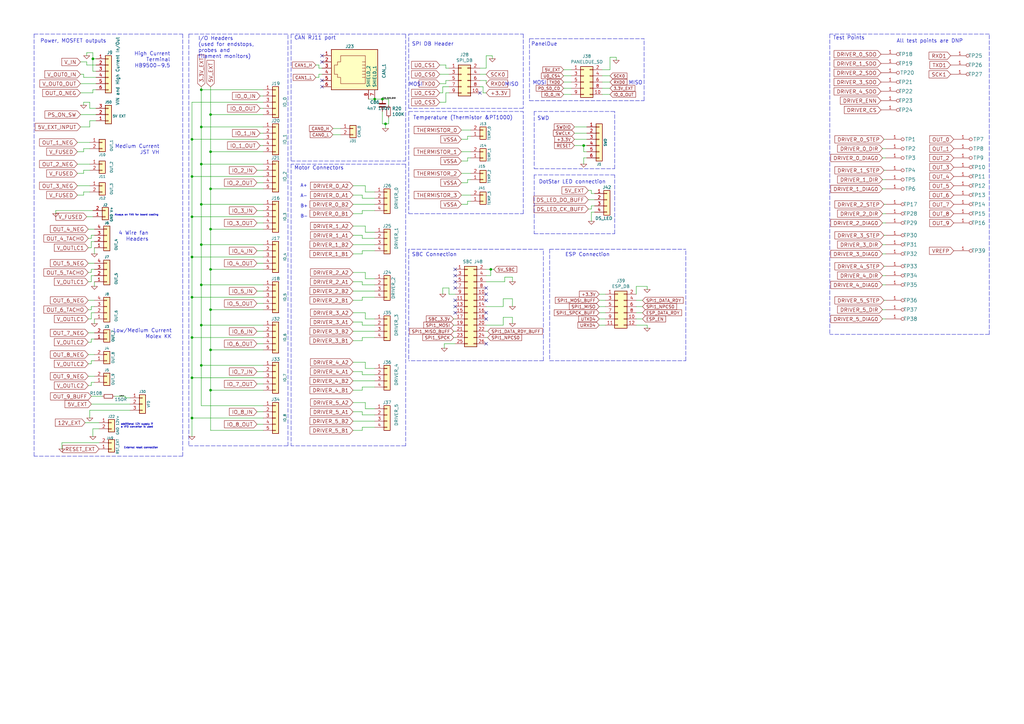
<source format=kicad_sch>
(kicad_sch (version 20211123) (generator eeschema)
  (paper "A3")
  (title_block (title "Duet 3 Main Board") (date "2022-10-05") (rev "1.02") (company "Duet3d") (comment 1 "(c) Duet3D"))
  (junction (at 78.74 138.43))
  (junction (at 156.845 40.64))
  (junction (at 78.74 105.41))
  (junction (at 86.36 77.47))
  (junction (at 78.74 88.9))
  (junction (at 82.55 52.07))
  (junction (at 82.55 149.86))
  (junction (at 82.55 36.83))
  (junction (at 239.395 59.69))
  (junction (at 82.55 67.31))
  (junction (at 78.74 57.15))
  (junction (at 78.74 121.92))
  (junction (at 86.36 93.98))
  (junction (at 82.55 83.82))
  (junction (at 82.55 100.33))
  (junction (at 86.36 46.99))
  (junction (at 86.36 110.49))
  (junction (at 82.55 133.35))
  (junction (at 86.36 160.02))
  (junction (at 82.55 116.84))
  (junction (at 78.74 154.94))
  (junction (at 86.36 143.51))
  (junction (at 86.36 62.23))
  (junction (at 78.74 171.45))
  (junction (at 38.1 24.13))
  (junction (at 201.295 110.49))
  (junction (at 78.74 72.39))
  (junction (at 153.67 40.64))
  (junction (at 158.115 50.8))
  (junction (at 86.36 127))
  (no_connect (at 199.39 130.81))
  (no_connect (at 199.39 123.19))
  (no_connect (at 196.85 38.1))
  (no_connect (at 132.08 22.86))
  (no_connect (at 186.69 118.11))
  (no_connect (at 199.39 118.11))
  (no_connect (at 186.69 110.49))
  (no_connect (at 199.39 128.27))
  (no_connect (at 132.08 33.02))
  (no_connect (at 132.08 25.4))
  (no_connect (at 186.69 115.57))
  (no_connect (at 199.39 120.65))
  (no_connect (at 186.69 125.73))
  (no_connect (at 199.39 140.97))
  (no_connect (at 186.69 113.03))
  (no_connect (at 186.69 123.19))
  (no_connect (at 132.08 35.56))
  (no_connect (at 186.69 128.27))
  (wire (pts (xy 191.77 74.93) (xy 191.77 73.66)))
  (wire (pts (xy 37.465 156.845) (xy 38.735 156.845)))
  (polyline (pts (xy 217.17 15.875) (xy 217.17 41.275)))
  (wire (pts (xy 186.055 130.81) (xy 186.69 130.81)))
  (wire (pts (xy 148.59 87.63) (xy 144.78 87.63)))
  (wire (pts (xy 189.23 71.12) (xy 193.04 71.12)))
  (wire (pts (xy 189.23 80.01) (xy 193.04 80.01)))
  (wire (pts (xy 148.59 116.84) (xy 148.59 115.57)))
  (wire (pts (xy 189.23 62.23) (xy 193.04 62.23)))
  (polyline (pts (xy 77.47 13.97) (xy 77.47 182.88)))
  (wire (pts (xy 239.395 59.69) (xy 239.395 62.23)))
  (polyline (pts (xy 217.17 15.875) (xy 264.16 15.875)))
  (wire (pts (xy 107.95 173.99) (xy 105.41 173.99)))
  (wire (pts (xy 206.375 130.175) (xy 210.185 130.175)))
  (wire (pts (xy 31.75 67.31) (xy 36.83 67.31)))
  (wire (pts (xy 363.22 73.66) (xy 361.95 73.66)))
  (wire (pts (xy 242.57 84.455) (xy 243.84 84.455)))
  (polyline (pts (xy 340.36 13.97) (xy 340.36 137.16)))
  (wire (pts (xy 149.86 130.81) (xy 153.67 130.81)))
  (polyline (pts (xy 214.63 87.63) (xy 214.63 45.72)))
  (wire (pts (xy 105.41 140.97) (xy 107.95 140.97)))
  (wire (pts (xy 148.59 86.36) (xy 148.59 87.63)))
  (wire (pts (xy 242.57 78.105) (xy 242.57 79.375)))
  (wire (pts (xy 107.95 135.89) (xy 105.41 135.89)))
  (wire (pts (xy 37.465 113.03) (xy 38.735 113.03)))
  (wire (pts (xy 148.59 152.4) (xy 144.78 152.4)))
  (wire (pts (xy 37.465 111.76) (xy 36.195 111.76)))
  (wire (pts (xy 239.395 62.23) (xy 240.665 62.23)))
  (wire (pts (xy 37.465 158.115) (xy 36.195 158.115)))
  (wire (pts (xy 78.74 121.92) (xy 107.95 121.92)))
  (wire (pts (xy 189.23 53.34) (xy 193.04 53.34)))
  (polyline (pts (xy 222.885 147.955) (xy 222.885 102.235)))
  (wire (pts (xy 38.735 139.065) (xy 37.465 139.065)))
  (wire (pts (xy 182.245 140.97) (xy 186.69 140.97)))
  (wire (pts (xy 36.83 41.91) (xy 34.29 41.91)))
  (wire (pts (xy 242.57 85.725) (xy 242.57 84.455)))
  (wire (pts (xy 78.74 41.91) (xy 78.74 57.15)))
  (wire (pts (xy 182.88 27.94) (xy 182.88 26.67)))
  (wire (pts (xy 86.36 110.49) (xy 86.36 127)))
  (wire (pts (xy 86.36 35.56) (xy 86.36 46.99)))
  (wire (pts (xy 86.36 176.53) (xy 107.95 176.53)))
  (wire (pts (xy 78.74 57.15) (xy 78.74 72.39)))
  (wire (pts (xy 107.95 133.35) (xy 82.55 133.35)))
  (wire (pts (xy 245.745 120.65) (xy 248.285 120.65)))
  (polyline (pts (xy 217.17 41.275) (xy 264.16 41.275)))
  (wire (pts (xy 235.585 59.69) (xy 239.395 59.69)))
  (wire (pts (xy 37.465 162.56) (xy 41.91 162.56)))
  (polyline (pts (xy 219.075 69.215) (xy 252.095 69.215)))
  (wire (pts (xy 38.1 24.13) (xy 39.37 24.13)))
  (wire (pts (xy 38.735 125.73) (xy 37.465 125.73)))
  (wire (pts (xy 231.14 28.575) (xy 234.315 28.575)))
  (wire (pts (xy 186.055 135.89) (xy 186.69 135.89)))
  (wire (pts (xy 247.015 33.655) (xy 250.19 33.655)))
  (wire (pts (xy 363.22 77.47) (xy 361.95 77.47)))
  (wire (pts (xy 235.585 52.07) (xy 240.665 52.07)))
  (wire (pts (xy 129.54 31.75) (xy 130.81 31.75)))
  (wire (pts (xy 260.985 128.27) (xy 263.525 128.27)))
  (wire (pts (xy 181.61 118.11) (xy 181.61 120.65)))
  (polyline (pts (xy 167.64 87.63) (xy 214.63 87.63)))
  (wire (pts (xy 37.465 147.955) (xy 37.465 149.225)))
  (polyline (pts (xy 167.64 45.72) (xy 167.64 87.63)))
  (wire (pts (xy 260.985 123.19) (xy 263.525 123.19)))
  (wire (pts (xy 38.735 154.305) (xy 36.195 154.305)))
  (wire (pts (xy 82.55 149.86) (xy 82.55 166.37)))
  (polyline (pts (xy 166.37 67.31) (xy 166.37 182.88)))
  (wire (pts (xy 130.81 26.67) (xy 130.81 27.94)))
  (wire (pts (xy 105.41 107.95) (xy 107.95 107.95)))
  (wire (pts (xy 86.36 46.99) (xy 86.36 62.23)))
  (polyline (pts (xy 166.37 66.04) (xy 166.37 13.97)))
  (wire (pts (xy 199.39 125.73) (xy 206.375 125.73)))
  (wire (pts (xy 153.67 175.26) (xy 148.59 175.26)))
  (polyline (pts (xy 252.095 71.755) (xy 219.075 71.755)))
  (wire (pts (xy 107.95 168.91) (xy 105.41 168.91)))
  (wire (pts (xy 148.59 104.14) (xy 144.78 104.14)))
  (wire (pts (xy 107.95 166.37) (xy 82.55 166.37)))
  (wire (pts (xy 363.22 127) (xy 361.95 127)))
  (wire (pts (xy 148.59 97.79) (xy 148.59 96.52)))
  (wire (pts (xy 144.78 83.82) (xy 153.67 83.82)))
  (wire (pts (xy 242.57 79.375) (xy 243.84 79.375)))
  (wire (pts (xy 37.465 149.225) (xy 36.195 149.225)))
  (wire (pts (xy 35.56 26.67) (xy 39.37 26.67)))
  (wire (pts (xy 107.95 57.15) (xy 78.74 57.15)))
  (wire (pts (xy 36.195 136.525) (xy 38.735 136.525)))
  (wire (pts (xy 148.59 160.02) (xy 144.78 160.02)))
  (wire (pts (xy 136.525 52.705) (xy 139.7 52.705)))
  (polyline (pts (xy 167.64 102.235) (xy 167.64 147.955)))
  (wire (pts (xy 148.59 96.52) (xy 144.78 96.52)))
  (wire (pts (xy 260.985 117.475) (xy 260.985 120.65)))
  (wire (pts (xy 239.395 67.31) (xy 239.395 64.77)))
  (wire (pts (xy 86.36 93.98) (xy 86.36 110.49)))
  (wire (pts (xy 130.81 27.94) (xy 132.08 27.94)))
  (wire (pts (xy 36.83 41.91) (xy 36.83 44.45)))
  (wire (pts (xy 206.375 125.73) (xy 206.375 122.555)))
  (wire (pts (xy 34.29 62.23) (xy 31.75 62.23)))
  (wire (pts (xy 82.55 52.07) (xy 82.55 67.31)))
  (polyline (pts (xy 13.97 13.97) (xy 74.93 13.97)))
  (polyline (pts (xy 166.37 13.97) (xy 119.38 13.97)))
  (wire (pts (xy 107.95 154.94) (xy 78.74 154.94)))
  (wire (pts (xy 86.36 62.23) (xy 86.36 77.47)))
  (polyline (pts (xy 119.38 13.97) (xy 119.38 66.04)))
  (polyline (pts (xy 225.425 102.235) (xy 225.425 147.955)))
  (wire (pts (xy 148.59 153.67) (xy 148.59 152.4)))
  (wire (pts (xy 37.465 115.57) (xy 37.465 113.03)))
  (wire (pts (xy 149.86 151.13) (xy 153.67 151.13)))
  (wire (pts (xy 144.78 148.59) (xy 149.86 148.59)))
  (wire (pts (xy 363.22 96.52) (xy 362.585 96.52)))
  (wire (pts (xy 36.195 130.81) (xy 37.465 130.81)))
  (wire (pts (xy 182.245 140.97) (xy 182.245 142.875)))
  (wire (pts (xy 37.465 99.06) (xy 37.465 101.6)))
  (wire (pts (xy 33.02 34.29) (xy 39.37 34.29)))
  (wire (pts (xy 245.745 133.35) (xy 248.285 133.35)))
  (wire (pts (xy 105.41 124.46) (xy 107.95 124.46)))
  (wire (pts (xy 252.73 24.765) (xy 252.73 23.495)))
  (wire (pts (xy 247.015 31.115) (xy 250.19 31.115)))
  (polyline (pts (xy 405.765 13.97) (xy 340.36 13.97)))
  (wire (pts (xy 153.67 116.84) (xy 148.59 116.84)))
  (wire (pts (xy 38.1 21.59) (xy 38.1 24.13)))
  (wire (pts (xy 40.64 175.895) (xy 38.1 175.895)))
  (wire (pts (xy 106.68 59.69) (xy 107.95 59.69)))
  (wire (pts (xy 149.86 148.59) (xy 149.86 151.13)))
  (wire (pts (xy 191.77 57.15) (xy 191.77 55.88)))
  (wire (pts (xy 199.39 34.29) (xy 199.39 33.02)))
  (wire (pts (xy 265.43 133.35) (xy 260.985 133.35)))
  (wire (pts (xy 39.37 36.83) (xy 38.1 36.83)))
  (wire (pts (xy 239.395 59.69) (xy 240.665 59.69)))
  (wire (pts (xy 149.86 111.76) (xy 149.86 114.3)))
  (wire (pts (xy 86.36 93.98) (xy 107.95 93.98)))
  (wire (pts (xy 82.55 116.84) (xy 107.95 116.84)))
  (wire (pts (xy 144.78 135.89) (xy 153.67 135.89)))
  (wire (pts (xy 38.735 123.19) (xy 36.195 123.19)))
  (wire (pts (xy 235.585 57.15) (xy 240.665 57.15)))
  (wire (pts (xy 22.86 86.36) (xy 22.86 87.63)))
  (polyline (pts (xy 252.095 45.72) (xy 219.075 45.72)))
  (wire (pts (xy 265.43 117.475) (xy 260.985 117.475)))
  (polyline (pts (xy 118.11 182.88) (xy 118.11 13.97)))
  (wire (pts (xy 182.88 26.67) (xy 180.34 26.67)))
  (wire (pts (xy 105.41 91.44) (xy 107.95 91.44)))
  (wire (pts (xy 78.74 138.43) (xy 78.74 154.94)))
  (wire (pts (xy 37.465 156.845) (xy 37.465 158.115)))
  (wire (pts (xy 144.78 156.21) (xy 153.67 156.21)))
  (wire (pts (xy 105.41 86.36) (xy 107.95 86.36)))
  (wire (pts (xy 86.36 110.49) (xy 107.95 110.49)))
  (wire (pts (xy 242.57 90.805) (xy 242.57 86.995)))
  (wire (pts (xy 363.22 57.15) (xy 362.585 57.15)))
  (polyline (pts (xy 405.765 137.16) (xy 405.765 13.97)))
  (polyline (pts (xy 281.305 147.955) (xy 281.305 102.235)))
  (wire (pts (xy 78.74 105.41) (xy 107.95 105.41)))
  (wire (pts (xy 148.59 176.53) (xy 144.78 176.53)))
  (wire (pts (xy 148.59 80.01) (xy 144.78 80.01)))
  (wire (pts (xy 210.185 130.175) (xy 210.185 132.715)))
  (wire (pts (xy 36.83 60.96) (xy 34.29 60.96)))
  (wire (pts (xy 158.115 50.8) (xy 159.385 50.8)))
  (wire (pts (xy 34.29 69.85) (xy 34.29 71.12)))
  (wire (pts (xy 78.74 72.39) (xy 78.74 88.9)))
  (wire (pts (xy 38.735 96.52) (xy 37.465 96.52)))
  (wire (pts (xy 148.59 138.43) (xy 148.59 139.7)))
  (wire (pts (xy 86.36 127) (xy 86.36 143.51)))
  (wire (pts (xy 144.78 76.2) (xy 149.86 76.2)))
  (wire (pts (xy 189.23 57.15) (xy 191.77 57.15)))
  (polyline (pts (xy 225.425 147.955) (xy 281.305 147.955)))
  (wire (pts (xy 201.93 22.86) (xy 199.39 22.86)))
  (wire (pts (xy 82.55 100.33) (xy 82.55 116.84)))
  (polyline (pts (xy 264.16 41.275) (xy 264.16 15.875)))
  (wire (pts (xy 86.36 77.47) (xy 86.36 93.98)))
  (wire (pts (xy 37.465 125.73) (xy 37.465 127)))
  (wire (pts (xy 35.56 25.4) (xy 33.02 25.4)))
  (wire (pts (xy 363.22 83.82) (xy 362.585 83.82)))
  (wire (pts (xy 38.1 86.36) (xy 22.86 86.36)))
  (wire (pts (xy 82.55 67.31) (xy 82.55 83.82)))
  (wire (pts (xy 363.22 87.63) (xy 361.95 87.63)))
  (wire (pts (xy 199.39 27.94) (xy 196.85 27.94)))
  (wire (pts (xy 82.55 36.83) (xy 82.55 52.07)))
  (wire (pts (xy 153.67 158.75) (xy 148.59 158.75)))
  (wire (pts (xy 184.15 35.56) (xy 181.61 35.56)))
  (wire (pts (xy 36.83 52.07) (xy 36.83 49.53)))
  (wire (pts (xy 51.435 163.195) (xy 51.435 162.56)))
  (wire (pts (xy 149.86 95.25) (xy 153.67 95.25)))
  (wire (pts (xy 148.59 123.19) (xy 148.59 121.92)))
  (wire (pts (xy 35.56 21.59) (xy 38.1 21.59)))
  (wire (pts (xy 260.985 130.81) (xy 263.525 130.81)))
  (wire (pts (xy 153.67 81.28) (xy 148.59 81.28)))
  (wire (pts (xy 265.43 134.62) (xy 265.43 133.35)))
  (wire (pts (xy 199.39 30.48) (xy 196.85 30.48)))
  (wire (pts (xy 363.22 113.03) (xy 361.95 113.03)))
  (wire (pts (xy 130.81 30.48) (xy 132.08 30.48)))
  (wire (pts (xy 82.55 36.83) (xy 107.95 36.83)))
  (wire (pts (xy 158.115 50.8) (xy 158.115 52.705)))
  (polyline (pts (xy 77.47 182.88) (xy 118.11 182.88)))
  (wire (pts (xy 136.525 55.245) (xy 139.7 55.245)))
  (wire (pts (xy 144.78 172.72) (xy 153.67 172.72)))
  (wire (pts (xy 34.29 78.74) (xy 34.29 80.01)))
  (wire (pts (xy 239.395 64.77) (xy 240.665 64.77)))
  (wire (pts (xy 363.22 91.44) (xy 361.95 91.44)))
  (wire (pts (xy 363.22 64.77) (xy 361.95 64.77)))
  (wire (pts (xy 38.735 101.6) (xy 38.735 104.14)))
  (wire (pts (xy 201.295 110.49) (xy 202.565 110.49)))
  (wire (pts (xy 199.39 110.49) (xy 201.295 110.49)))
  (wire (pts (xy 38.1 29.21) (xy 38.1 24.13)))
  (wire (pts (xy 151.13 40.64) (xy 153.67 40.64)))
  (wire (pts (xy 37.465 127) (xy 36.195 127)))
  (wire (pts (xy 144.78 115.57) (xy 148.59 115.57)))
  (wire (pts (xy 149.86 92.71) (xy 149.86 95.25)))
  (wire (pts (xy 191.77 73.66) (xy 193.04 73.66)))
  (wire (pts (xy 38.1 38.1) (xy 33.02 38.1)))
  (wire (pts (xy 206.375 122.555) (xy 210.185 122.555)))
  (wire (pts (xy 35.56 26.67) (xy 35.56 25.4)))
  (polyline (pts (xy 219.075 45.72) (xy 219.075 69.215)))
  (polyline (pts (xy 167.64 13.97) (xy 214.63 13.97)))
  (wire (pts (xy 34.29 80.01) (xy 31.75 80.01)))
  (wire (pts (xy 159.385 48.26) (xy 159.385 50.8)))
  (wire (pts (xy 34.29 60.96) (xy 34.29 62.23)))
  (wire (pts (xy 189.23 83.82) (xy 191.77 83.82)))
  (polyline (pts (xy 167.64 45.72) (xy 214.63 45.72)))
  (wire (pts (xy 105.41 74.93) (xy 107.95 74.93)))
  (wire (pts (xy 35.56 22.86) (xy 35.56 21.59)))
  (wire (pts (xy 181.61 35.56) (xy 181.61 38.1)))
  (wire (pts (xy 36.83 44.45) (xy 39.37 44.45)))
  (wire (pts (xy 247.015 38.735) (xy 250.19 38.735)))
  (wire (pts (xy 210.185 113.665) (xy 210.185 115.57)))
  (wire (pts (xy 199.39 133.35) (xy 206.375 133.35)))
  (wire (pts (xy 250.19 28.575) (xy 250.19 23.495)))
  (wire (pts (xy 201.93 24.13) (xy 201.93 22.86)))
  (wire (pts (xy 235.585 54.61) (xy 240.665 54.61)))
  (wire (pts (xy 37.465 97.79) (xy 36.195 97.79)))
  (wire (pts (xy 107.95 44.45) (xy 106.68 44.45)))
  (wire (pts (xy 37.465 140.335) (xy 36.195 140.335)))
  (wire (pts (xy 148.59 133.35) (xy 148.59 132.08)))
  (wire (pts (xy 34.29 30.48) (xy 33.02 30.48)))
  (wire (pts (xy 78.74 88.9) (xy 78.74 105.41)))
  (wire (pts (xy 82.55 116.84) (xy 82.55 133.35)))
  (wire (pts (xy 38.735 110.49) (xy 37.465 110.49)))
  (wire (pts (xy 186.69 120.65) (xy 184.15 120.65)))
  (wire (pts (xy 78.74 121.92) (xy 78.74 138.43)))
  (wire (pts (xy 149.86 114.3) (xy 153.67 114.3)))
  (polyline (pts (xy 74.93 187.071) (xy 13.97 187.071)))
  (wire (pts (xy 181.61 38.1) (xy 180.34 38.1)))
  (wire (pts (xy 107.95 160.02) (xy 86.36 160.02)))
  (wire (pts (xy 245.745 125.73) (xy 248.285 125.73)))
  (wire (pts (xy 31.75 58.42) (xy 36.83 58.42)))
  (wire (pts (xy 159.385 40.64) (xy 156.845 40.64)))
  (wire (pts (xy 82.55 133.35) (xy 82.55 149.86)))
  (wire (pts (xy 148.59 81.28) (xy 148.59 80.01)))
  (wire (pts (xy 34.29 43.18) (xy 34.29 41.91)))
  (wire (pts (xy 182.88 33.02) (xy 182.88 34.29)))
  (wire (pts (xy 231.14 33.655) (xy 234.315 33.655)))
  (wire (pts (xy 34.925 173.355) (xy 40.64 173.355)))
  (wire (pts (xy 153.67 153.67) (xy 148.59 153.67)))
  (wire (pts (xy 252.73 23.495) (xy 250.19 23.495)))
  (polyline (pts (xy 225.425 102.235) (xy 281.305 102.235)))
  (wire (pts (xy 107.95 138.43) (xy 78.74 138.43)))
  (wire (pts (xy 210.185 122.555) (xy 210.185 125.73)))
  (wire (pts (xy 153.67 97.79) (xy 148.59 97.79)))
  (wire (pts (xy 105.41 102.87) (xy 107.95 102.87)))
  (wire (pts (xy 144.78 92.71) (xy 149.86 92.71)))
  (wire (pts (xy 107.95 149.86) (xy 82.55 149.86)))
  (wire (pts (xy 361.95 60.96) (xy 363.22 60.96)))
  (wire (pts (xy 156.845 45.72) (xy 156.845 50.8)))
  (wire (pts (xy 186.055 138.43) (xy 186.69 138.43)))
  (polyline (pts (xy 219.075 95.885) (xy 252.095 95.885)))
  (wire (pts (xy 182.88 41.91) (xy 182.88 38.1)))
  (wire (pts (xy 153.67 133.35) (xy 148.59 133.35)))
  (polyline (pts (xy 214.63 13.97) (xy 214.63 44.45)))
  (wire (pts (xy 191.77 83.82) (xy 191.77 82.55)))
  (wire (pts (xy 36.195 115.57) (xy 37.465 115.57)))
  (wire (pts (xy 260.985 125.73) (xy 263.525 125.73)))
  (wire (pts (xy 148.59 102.87) (xy 148.59 104.14)))
  (wire (pts (xy 241.3 81.915) (xy 243.84 81.915)))
  (wire (pts (xy 40.64 181.61) (xy 25.4 181.61)))
  (wire (pts (xy 38.1 36.83) (xy 38.1 38.1)))
  (wire (pts (xy 148.59 175.26) (xy 148.59 176.53)))
  (wire (pts (xy 149.86 76.2) (xy 149.86 78.74)))
  (wire (pts (xy 242.57 86.995) (xy 243.84 86.995)))
  (wire (pts (xy 86.36 160.02) (xy 86.36 176.53)))
  (wire (pts (xy 231.14 31.115) (xy 234.315 31.115)))
  (wire (pts (xy 245.745 123.19) (xy 248.285 123.19)))
  (wire (pts (xy 184.15 30.48) (xy 180.34 30.48)))
  (wire (pts (xy 199.39 135.89) (xy 200.025 135.89)))
  (wire (pts (xy 148.59 158.75) (xy 148.59 160.02)))
  (polyline (pts (xy 219.075 71.755) (xy 219.075 95.885)))
  (wire (pts (xy 199.39 113.03) (xy 201.295 113.03)))
  (polyline (pts (xy 167.64 44.45) (xy 167.64 13.97)))
  (wire (pts (xy 363.22 116.84) (xy 361.95 116.84)))
  (wire (pts (xy 153.67 102.87) (xy 148.59 102.87)))
  (wire (pts (xy 129.54 26.67) (xy 130.81 26.67)))
  (wire (pts (xy 38.735 99.06) (xy 37.465 99.06)))
  (wire (pts (xy 34.29 31.75) (xy 39.37 31.75)))
  (wire (pts (xy 107.95 143.51) (xy 86.36 143.51)))
  (wire (pts (xy 34.29 31.75) (xy 34.29 30.48)))
  (wire (pts (xy 86.36 143.51) (xy 86.36 160.02)))
  (wire (pts (xy 199.39 33.02) (xy 196.85 33.02)))
  (wire (pts (xy 78.74 171.45) (xy 78.74 179.07)))
  (wire (pts (xy 107.95 152.4) (xy 105.41 152.4)))
  (wire (pts (xy 38.1 175.895) (xy 38.1 179.07)))
  (wire (pts (xy 182.88 34.29) (xy 180.34 34.29)))
  (wire (pts (xy 105.41 69.85) (xy 107.95 69.85)))
  (polyline (pts (xy 119.38 66.04) (xy 166.37 66.04)))
  (wire (pts (xy 25.4 184.15) (xy 25.4 181.61)))
  (wire (pts (xy 265.43 118.745) (xy 265.43 117.475)))
  (wire (pts (xy 39.37 29.21) (xy 38.1 29.21)))
  (wire (pts (xy 184.15 120.65) (xy 184.15 118.11)))
  (wire (pts (xy 207.01 115.57) (xy 207.01 113.665)))
  (wire (pts (xy 363.22 69.85) (xy 362.585 69.85)))
  (wire (pts (xy 107.95 171.45) (xy 78.74 171.45)))
  (wire (pts (xy 156.845 50.8) (xy 158.115 50.8)))
  (wire (pts (xy 107.95 127) (xy 86.36 127)))
  (wire (pts (xy 107.95 62.23) (xy 86.36 62.23)))
  (polyline (pts (xy 222.885 102.235) (xy 167.64 102.235)))
  (wire (pts (xy 153.67 86.36) (xy 148.59 86.36)))
  (wire (pts (xy 180.34 41.91) (xy 182.88 41.91)))
  (wire (pts (xy 36.83 78.74) (xy 34.29 78.74)))
  (wire (pts (xy 182.88 38.1) (xy 184.15 38.1)))
  (wire (pts (xy 78.74 41.91) (xy 107.95 41.91)))
  (wire (pts (xy 144.78 100.33) (xy 153.67 100.33)))
  (wire (pts (xy 191.77 55.88) (xy 193.04 55.88)))
  (wire (pts (xy 363.22 130.81) (xy 361.95 130.81)))
  (wire (pts (xy 37.465 101.6) (xy 36.195 101.6)))
  (polyline (pts (xy 77.47 13.97) (xy 118.11 13.97)))
  (wire (pts (xy 107.95 54.61) (xy 106.68 54.61)))
  (polyline (pts (xy 252.095 95.885) (xy 252.095 71.755)))
  (wire (pts (xy 36.83 168.275) (xy 36.83 171.45)))
  (wire (pts (xy 144.78 132.08) (xy 148.59 132.08)))
  (wire (pts (xy 241.3 78.105) (xy 242.57 78.105)))
  (wire (pts (xy 184.15 33.02) (xy 182.88 33.02)))
  (polyline (pts (xy 252.095 69.215) (xy 252.095 45.72)))
  (wire (pts (xy 153.67 40.64) (xy 156.845 40.64)))
  (wire (pts (xy 198.12 35.56) (xy 196.85 35.56)))
  (wire (pts (xy 363.22 104.14) (xy 361.95 104.14)))
  (wire (pts (xy 149.86 78.74) (xy 153.67 78.74)))
  (wire (pts (xy 105.41 119.38) (xy 107.95 119.38)))
  (wire (pts (xy 231.14 36.195) (xy 234.315 36.195)))
  (polyline (pts (xy 405.765 137.16) (xy 340.36 137.16)))
  (wire (pts (xy 189.23 66.04) (xy 191.77 66.04)))
  (wire (pts (xy 78.74 72.39) (xy 107.95 72.39)))
  (wire (pts (xy 144.78 119.38) (xy 153.67 119.38)))
  (wire (pts (xy 34.29 71.12) (xy 31.75 71.12)))
  (wire (pts (xy 37.465 96.52) (xy 37.465 97.79)))
  (wire (pts (xy 148.59 121.92) (xy 153.67 121.92)))
  (wire (pts (xy 53.34 165.735) (xy 37.465 165.735)))
  (wire (pts (xy 148.59 123.19) (xy 144.78 123.19)))
  (wire (pts (xy 182.88 27.94) (xy 184.15 27.94)))
  (wire (pts (xy 144.78 128.27) (xy 149.86 128.27)))
  (wire (pts (xy 201.295 113.03) (xy 201.295 110.49)))
  (wire (pts (xy 198.12 38.1) (xy 198.12 35.56)))
  (wire (pts (xy 107.95 39.37) (xy 106.68 39.37)))
  (polyline (pts (xy 13.97 187.071) (xy 13.97 13.97)))
  (wire (pts (xy 78.74 88.9) (xy 107.95 88.9)))
  (wire (pts (xy 86.36 77.47) (xy 107.95 77.47)))
  (wire (pts (xy 38.735 145.415) (xy 36.195 145.415)))
  (wire (pts (xy 33.02 46.99) (xy 39.37 46.99)))
  (wire (pts (xy 53.34 168.275) (xy 36.83 168.275)))
  (wire (pts (xy 241.3 85.725) (xy 242.57 85.725)))
  (wire (pts (xy 86.36 46.99) (xy 107.95 46.99)))
  (wire (pts (xy 82.55 100.33) (xy 107.95 100.33)))
  (wire (pts (xy 82.55 67.31) (xy 107.95 67.31)))
  (wire (pts (xy 31.75 76.2) (xy 36.83 76.2)))
  (wire (pts (xy 148.59 139.7) (xy 144.78 139.7)))
  (wire (pts (xy 46.99 162.56) (xy 51.435 162.56)))
  (wire (pts (xy 149.86 167.64) (xy 153.67 167.64)))
  (wire (pts (xy 231.14 38.735) (xy 234.315 38.735)))
  (polyline (pts (xy 119.38 67.31) (xy 119.38 182.88)))
  (polyline (pts (xy 166.37 67.31) (xy 119.38 67.31)))
  (wire (pts (xy 82.55 83.82) (xy 107.95 83.82)))
  (wire (pts (xy 191.77 82.55) (xy 193.04 82.55)))
  (wire (pts (xy 207.01 113.665) (xy 210.185 113.665)))
  (wire (pts (xy 245.745 128.27) (xy 248.285 128.27)))
  (wire (pts (xy 78.74 154.94) (xy 78.74 171.45)))
  (wire (pts (xy 184.15 118.11) (xy 181.61 118.11)))
  (wire (pts (xy 37.465 128.27) (xy 38.735 128.27)))
  (wire (pts (xy 191.77 64.77) (xy 193.04 64.77)))
  (wire (pts (xy 186.055 133.35) (xy 186.69 133.35)))
  (wire (pts (xy 82.55 35.56) (xy 82.55 36.83)))
  (wire (pts (xy 363.22 109.22) (xy 362.585 109.22)))
  (wire (pts (xy 38.735 117.475) (xy 38.735 115.57)))
  (wire (pts (xy 144.78 165.1) (xy 149.86 165.1)))
  (wire (pts (xy 149.86 165.1) (xy 149.86 167.64)))
  (wire (pts (xy 36.195 93.98) (xy 38.735 93.98)))
  (wire (pts (xy 199.39 22.86) (xy 199.39 27.94)))
  (wire (pts (xy 159.385 40.64) (xy 159.385 43.18)))
  (wire (pts (xy 38.1 88.9) (xy 35.56 88.9)))
  (wire (pts (xy 361.95 100.33) (xy 363.22 100.33)))
  (polyline (pts (xy 166.37 182.88) (xy 119.38 182.88)))
  (wire (pts (xy 37.465 139.065) (xy 37.465 140.335)))
  (polyline (pts (xy 214.63 44.45) (xy 167.64 44.45)))
  (wire (pts (xy 199.39 38.1) (xy 198.12 38.1)))
  (wire (pts (xy 189.23 74.93) (xy 191.77 74.93)))
  (wire (pts (xy 144.78 111.76) (xy 149.86 111.76)))
  (wire (pts (xy 206.375 133.35) (xy 206.375 130.175)))
  (wire (pts (xy 38.735 132.715) (xy 38.735 130.81)))
  (wire (pts (xy 149.86 128.27) (xy 149.86 130.81)))
  (polyline (pts (xy 74.93 13.97) (xy 74.93 187.071)))
  (polyline (pts (xy 222.885 147.955) (xy 167.64 147.955)))
  (wire (pts (xy 148.59 168.91) (xy 144.78 168.91)))
  (wire (pts (xy 36.83 49.53) (xy 39.37 49.53)))
  (wire (pts (xy 200.025 138.43) (xy 199.39 138.43)))
  (wire (pts (xy 38.735 107.95) (xy 36.195 107.95)))
  (wire (pts (xy 247.015 36.195) (xy 250.19 36.195)))
  (wire (pts (xy 153.67 138.43) (xy 148.59 138.43)))
  (wire (pts (xy 38.735 147.955) (xy 37.465 147.955)))
  (wire (pts (xy 245.745 130.81) (xy 248.285 130.81)))
  (wire (pts (xy 153.67 170.18) (xy 148.59 170.18)))
  (wire (pts (xy 107.95 52.07) (xy 82.55 52.07)))
  (wire (pts (xy 37.465 110.49) (xy 37.465 111.76)))
  (wire (pts (xy 148.59 170.18) (xy 148.59 168.91)))
  (wire (pts (xy 53.34 163.195) (xy 51.435 163.195)))
  (wire (pts (xy 363.22 123.19) (xy 362.585 123.19)))
  (wire (pts (xy 33.02 52.07) (xy 36.83 52.07)))
  (wire (pts (xy 78.74 105.41) (xy 78.74 121.92)))
  (wire (pts (xy 37.465 130.81) (xy 37.465 128.27)))
  (wire (pts (xy 130.81 31.75) (xy 130.81 30.48)))
  (wire (pts (xy 36.83 69.85) (xy 34.29 69.85)))
  (wire (pts (xy 247.015 28.575) (xy 250.19 28.575)))
  (wire (pts (xy 105.41 157.48) (xy 107.95 157.48)))
  (wire (pts (xy 82.55 83.82) (xy 82.55 100.33)))
  (wire (pts (xy 199.39 115.57) (xy 207.01 115.57)))
  (wire (pts (xy 191.77 66.04) (xy 191.77 64.77)))
  (text "4 Wire fan\nHeaders" (at 60.96 99.06 180) (effects (font (size 1.524 1.524)) (justify right bottom)))
  (text "SBC Connection" (at 168.91 105.41 0) (effects (font (size 1.524 1.524)) (justify left bottom)))
  (text "DotStar LED connection" (at 220.98 75.565 0) (effects (font (size 1.524 1.524)) (justify left bottom)))
  (text "External reset connection" (at 50.8 184.15 0) (effects (font (size 0.7112 0.7112)) (justify left bottom)))
  (text "All test points are DNP" (at 394.97 17.78 180) (effects (font (size 1.524 1.524)) (justify right bottom)))
  (text "PanelDue" (at 217.805 19.05 0) (effects (font (size 1.524 1.524)) (justify left bottom)))
  (text "High Current\nTerminal\nHB9500-9.5" (at 69.85 27.94 180) (effects (font (size 1.524 1.524)) (justify right bottom)))
  (text "MOSI" (at 167.64 35.56 0) (effects (font (size 1.524 1.524)) (justify left bottom)))
  (text "Medium Current\nJST VH" (at 65.405 63.5 180) (effects (font (size 1.524 1.524)) (justify right bottom)))
  (text "Always on FAN for board cooling" (at 46.99 88.646 0) (effects (font (size 0.7112 0.7112)) (justify left bottom)))
  (text "Low/Medium Current\nMolex KK" (at 70.485 139.065 180) (effects (font (size 1.524 1.524)) (justify right bottom)))
  (text "Motor Connectors" (at 120.65 69.85 0) (effects (font (size 1.524 1.524)) (justify left bottom)))
  (text "SWD" (at 220.345 49.53 0) (effects (font (size 1.524 1.524)) (justify left bottom)))
  (text "additional 12V supply if\na VFD convertor is used" (at 49.53 175.641 0) (effects (font (size 0.7112 0.7112)) (justify left bottom)))
  (text "MISO" (at 257.81 34.925 0) (effects (font (size 1.524 1.524)) (justify left bottom)))
  (text "Test Points" (at 341.63 16.51 0) (effects (font (size 1.524 1.524)) (justify left bottom)))
  (text "Power, MOSFET outputs" (at 16.51 17.78 0) (effects (font (size 1.524 1.524)) (justify left bottom)))
  (text "Temperature (Thermistor &PT1000)" (at 169.418 49.276 0) (effects (font (size 1.524 1.524)) (justify left bottom)))
  (text "A+\n\nA-\n\nB+\n\nB-" (at 123.19 89.535 0) (effects (font (size 1.3 1.3)) (justify left bottom)))
  (text "CAN RJ11 port" (at 120.65 16.51 0) (effects (font (size 1.524 1.524)) (justify left bottom)))
  (text "MOSI" (at 218.44 34.925 0) (effects (font (size 1.524 1.524)) (justify left bottom)))
  (text "ESP Connection" (at 231.775 105.41 0) (effects (font (size 1.524 1.524)) (justify left bottom)))
  (text "I/O Headers\n(used for endstops,\nprobes and\nfilament monitors)" (at 81.28 24.13 0) (effects (font (size 1.524 1.524)) (justify left bottom)))
  (text "SPI DB Header" (at 168.91 19.05 0) (effects (font (size 1.524 1.524)) (justify left bottom)))
  (text "MISO" (at 207.01 35.56 0) (effects (font (size 1.524 1.524)) (justify left bottom)))
  (label "out9buff" (at 48.895 162.56 0) (effects (font (size 0.3 0.3))))
  (label "CAN_SHD_GND" (at 156.845 40.64 0) (effects (font (size 0.508 0.508))))
  (global_label "PS_ON_SW" (shape input) (at 33.02 46.99 180) (effects (font (size 1.524 1.524))) (property "Intersheet References" "${INTERSHEET_REFS}" (effects hide)))
  (global_label "DRIVER_2_A1" (shape input) (at 144.78 115.57 180) (effects (font (size 1.524 1.524))) (property "Intersheet References" "${INTERSHEET_REFS}" (effects hide)))
  (global_label "DRIVER_2_B1" (shape input) (at 144.78 123.19 180) (effects (font (size 1.524 1.524))) (property "Intersheet References" "${INTERSHEET_REFS}" (effects hide)))
  (global_label "IO_0_IN" (shape input) (at 106.68 39.37 180) (effects (font (size 1.524 1.524))) (property "Intersheet References" "${INTERSHEET_REFS}" (effects hide)))
  (global_label "OUT_4_TACHO" (shape input) (at 36.195 97.79 180) (effects (font (size 1.524 1.524))) (property "Intersheet References" "${INTERSHEET_REFS}" (effects hide)))
  (global_label "V_FUSED" (shape input) (at 31.75 80.01 180) (effects (font (size 1.524 1.524))) (property "Intersheet References" "${INTERSHEET_REFS}" (effects hide)))
  (global_label "+3.3V" (shape input) (at 235.585 57.15 180) (property "Intersheet References" "${INTERSHEET_REFS}" (effects hide)))
  (global_label "THERMISTOR_2" (shape input) (at 189.23 71.12 180) (effects (font (size 1.524 1.524))) (property "Intersheet References" "${INTERSHEET_REFS}" (effects hide)))
  (global_label "SPI1_DATA_RDY_BUFF" (shape input) (at 200.025 135.89 0) (property "Intersheet References" "${INTERSHEET_REFS}" (effects hide)))
  (global_label "PD_SD_CD" (shape input) (at 231.14 36.195 180) (effects (font (size 1.2 1.2))) (property "Intersheet References" "${INTERSHEET_REFS}" (effects hide)))
  (global_label "DRIVER_0_DIAG0" (shape input) (at 361.95 64.77 180) (effects (font (size 1.524 1.524))) (property "Intersheet References" "${INTERSHEET_REFS}" (effects hide)))
  (global_label "OUT_1_NEG" (shape input) (at 31.75 58.42 180) (effects (font (size 1.524 1.524))) (property "Intersheet References" "${INTERSHEET_REFS}" (effects hide)))
  (global_label "SCK0" (shape input) (at 199.39 30.48 0) (effects (font (size 1.524 1.524))) (property "Intersheet References" "${INTERSHEET_REFS}" (effects hide)))
  (global_label "SPI1_SPCK_BUFF" (shape input) (at 245.745 128.27 180) (property "Intersheet References" "${INTERSHEET_REFS}" (effects hide)))
  (global_label "IO_8_OUT" (shape input) (at 105.41 173.99 180) (effects (font (size 1.524 1.524))) (property "Intersheet References" "${INTERSHEET_REFS}" (effects hide)))
  (global_label "IO_1_IN" (shape input) (at 106.68 54.61 180) (effects (font (size 1.524 1.524))) (property "Intersheet References" "${INTERSHEET_REFS}" (effects hide)))
  (global_label "OUT_9" (shape input) (at 391.16 91.44 180) (effects (font (size 1.524 1.524))) (property "Intersheet References" "${INTERSHEET_REFS}" (effects hide)))
  (global_label "SWDIO" (shape input) (at 235.585 52.07 180) (property "Intersheet References" "${INTERSHEET_REFS}" (effects hide)))
  (global_label "VSSA" (shape input) (at 189.23 74.93 180) (effects (font (size 1.524 1.524))) (property "Intersheet References" "${INTERSHEET_REFS}" (effects hide)))
  (global_label "RESET_EXT" (shape input) (at 40.64 184.15 180) (effects (font (size 1.524 1.524))) (property "Intersheet References" "${INTERSHEET_REFS}" (effects hide)))
  (global_label "DRIVER_4_DIR" (shape input) (at 361.95 113.03 180) (effects (font (size 1.524 1.524))) (property "Intersheet References" "${INTERSHEET_REFS}" (effects hide)))
  (global_label "ESP_EN" (shape input) (at 263.525 130.81 0) (property "Intersheet References" "${INTERSHEET_REFS}" (effects hide)))
  (global_label "OUT_9_NEG" (shape input) (at 36.195 154.305 180) (effects (font (size 1.524 1.524))) (property "Intersheet References" "${INTERSHEET_REFS}" (effects hide)))
  (global_label "5V_EXT_INPUT" (shape input) (at 33.02 52.07 180) (effects (font (size 1.524 1.524))) (property "Intersheet References" "${INTERSHEET_REFS}" (effects hide)))
  (global_label "DRIVER_3_DIAG0" (shape input) (at 361.95 104.14 180) (effects (font (size 1.524 1.524))) (property "Intersheet References" "${INTERSHEET_REFS}" (effects hide)))
  (global_label "SBC_3.3V" (shape input) (at 186.055 130.81 180) (property "Intersheet References" "${INTERSHEET_REFS}" (effects hide)))
  (global_label "3.3V_EXT" (shape input) (at 250.19 36.195 0) (effects (font (size 1.2 1.2))) (property "Intersheet References" "${INTERSHEET_REFS}" (effects hide)))
  (global_label "CAN0_L" (shape input) (at 136.525 55.245 180) (property "Intersheet References" "${INTERSHEET_REFS}" (effects hide)))
  (global_label "DRIVER_4_B1" (shape input) (at 144.78 160.02 180) (effects (font (size 1.524 1.524))) (property "Intersheet References" "${INTERSHEET_REFS}" (effects hide)))
  (global_label "OUT_1" (shape input) (at 391.16 60.96 180) (effects (font (size 1.524 1.524))) (property "Intersheet References" "${INTERSHEET_REFS}" (effects hide)))
  (global_label "IO_0_OUT" (shape input) (at 106.68 44.45 180) (effects (font (size 1.524 1.524))) (property "Intersheet References" "${INTERSHEET_REFS}" (effects hide)))
  (global_label "DRIVER_0_SDO" (shape input) (at 361.315 22.225 180) (effects (font (size 1.524 1.524))) (property "Intersheet References" "${INTERSHEET_REFS}" (effects hide)))
  (global_label "V_OUTLC1" (shape input) (at 36.195 130.81 180) (effects (font (size 1.524 1.524))) (property "Intersheet References" "${INTERSHEET_REFS}" (effects hide)))
  (global_label "IO_0_IN" (shape input) (at 231.14 38.735 180) (effects (font (size 1.2 1.2))) (property "Intersheet References" "${INTERSHEET_REFS}" (effects hide)))
  (global_label "DS_LED_CK_BUFF" (shape input) (at 241.3 85.725 180) (effects (font (size 1.524 1.524))) (property "Intersheet References" "${INTERSHEET_REFS}" (effects hide)))
  (global_label "SPI1_SPCK" (shape input) (at 186.055 138.43 180) (property "Intersheet References" "${INTERSHEET_REFS}" (effects hide)))
  (global_label "DRIVER_2_STEP" (shape input) (at 362.585 83.82 180) (effects (font (size 1.524 1.524))) (property "Intersheet References" "${INTERSHEET_REFS}" (effects hide)))
  (global_label "DRIVER_4_B2" (shape input) (at 144.78 156.21 180) (effects (font (size 1.524 1.524))) (property "Intersheet References" "${INTERSHEET_REFS}" (effects hide)))
  (global_label "CAN1_L" (shape input) (at 129.54 31.75 180) (property "Intersheet References" "${INTERSHEET_REFS}" (effects hide)))
  (global_label "SPI1_MOSI_BUFF" (shape input) (at 245.745 123.19 180) (property "Intersheet References" "${INTERSHEET_REFS}" (effects hide)))
  (global_label "DRIVER_5_B1" (shape input) (at 144.78 176.53 180) (effects (font (size 1.524 1.524))) (property "Intersheet References" "${INTERSHEET_REFS}" (effects hide)))
  (global_label "DRIVER_4_STEP" (shape input) (at 362.585 109.22 180) (effects (font (size 1.524 1.524))) (property "Intersheet References" "${INTERSHEET_REFS}" (effects hide)))
  (global_label "DRIVER_5_DIAG0" (shape input) (at 361.95 130.81 180) (effects (font (size 1.524 1.524))) (property "Intersheet References" "${INTERSHEET_REFS}" (effects hide)))
  (global_label "IO_4_OUT" (shape input) (at 105.41 107.95 180) (effects (font (size 1.524 1.524))) (property "Intersheet References" "${INTERSHEET_REFS}" (effects hide)))
  (global_label "IO_3_IN" (shape input) (at 105.41 86.36 180) (effects (font (size 1.524 1.524))) (property "Intersheet References" "${INTERSHEET_REFS}" (effects hide)))
  (global_label "U0_CS0" (shape input) (at 180.34 30.48 180) (effects (font (size 1.524 1.524))) (property "Intersheet References" "${INTERSHEET_REFS}" (effects hide)))
  (global_label "URXD4" (shape input) (at 245.745 133.35 180) (property "Intersheet References" "${INTERSHEET_REFS}" (effects hide)))
  (global_label "V_OUTLC1" (shape input) (at 36.195 101.6 180) (effects (font (size 1.524 1.524))) (property "Intersheet References" "${INTERSHEET_REFS}" (effects hide)))
  (global_label "CAN1_H" (shape input) (at 129.54 26.67 180) (property "Intersheet References" "${INTERSHEET_REFS}" (effects hide)))
  (global_label "VSSA" (shape input) (at 189.23 83.82 180) (effects (font (size 1.524 1.524))) (property "Intersheet References" "${INTERSHEET_REFS}" (effects hide)))
  (global_label "DRIVER_5_A2" (shape input) (at 144.78 165.1 180) (effects (font (size 1.524 1.524))) (property "Intersheet References" "${INTERSHEET_REFS}" (effects hide)))
  (global_label "SPI1_NPCS0" (shape input) (at 200.025 138.43 0) (property "Intersheet References" "${INTERSHEET_REFS}" (effects hide)))
  (global_label "OUT_7" (shape input) (at 391.16 83.82 180) (effects (font (size 1.524 1.524))) (property "Intersheet References" "${INTERSHEET_REFS}" (effects hide)))
  (global_label "SPI1_MOSI" (shape input) (at 186.055 133.35 180) (property "Intersheet References" "${INTERSHEET_REFS}" (effects hide)))
  (global_label "DRIVER_2_A2" (shape input) (at 144.78 111.76 180) (effects (font (size 1.524 1.524))) (property "Intersheet References" "${INTERSHEET_REFS}" (effects hide)))
  (global_label "DRIVER_1_SDO" (shape input) (at 361.315 26.035 180) (effects (font (size 1.524 1.524))) (property "Intersheet References" "${INTERSHEET_REFS}" (effects hide)))
  (global_label "DRIVER_1_B2" (shape input) (at 144.78 100.33 180) (effects (font (size 1.524 1.524))) (property "Intersheet References" "${INTERSHEET_REFS}" (effects hide)))
  (global_label "DRIVER_0_B1" (shape input) (at 144.78 87.63 180) (effects (font (size 1.524 1.524))) (property "Intersheet References" "${INTERSHEET_REFS}" (effects hide)))
  (global_label "DRIVER_5_A1" (shape input) (at 144.78 168.91 180) (effects (font (size 1.524 1.524))) (property "Intersheet References" "${INTERSHEET_REFS}" (effects hide)))
  (global_label "DRIVER_2_DIAG0" (shape input) (at 361.95 91.44 180) (effects (font (size 1.524 1.524))) (property "Intersheet References" "${INTERSHEET_REFS}" (effects hide)))
  (global_label "V_OUTLC2" (shape input) (at 36.195 140.335 180) (effects (font (size 1.524 1.524))) (property "Intersheet References" "${INTERSHEET_REFS}" (effects hide)))
  (global_label "SPI1_MISO_BUFF" (shape input) (at 186.055 135.89 180) (property "Intersheet References" "${INTERSHEET_REFS}" (effects hide)))
  (global_label "IO_0_OUT" (shape input) (at 250.19 38.735 0) (effects (font (size 1.2 1.2))) (property "Intersheet References" "${INTERSHEET_REFS}" (effects hide)))
  (global_label "SPI1_DATA_RDY" (shape input) (at 263.525 123.19 0) (property "Intersheet References" "${INTERSHEET_REFS}" (effects hide)))
  (global_label "THERMISTOR_0" (shape input) (at 189.23 53.34 180) (effects (font (size 1.524 1.524))) (property "Intersheet References" "${INTERSHEET_REFS}" (effects hide)))
  (global_label "IO_6_IN" (shape input) (at 105.41 135.89 180) (effects (font (size 1.524 1.524))) (property "Intersheet References" "${INTERSHEET_REFS}" (effects hide)))
  (global_label "5V_EXT" (shape input) (at 231.14 28.575 180) (effects (font (size 1.2 1.2))) (property "Intersheet References" "${INTERSHEET_REFS}" (effects hide)))
  (global_label "DRIVER_0_DIR" (shape input) (at 361.95 60.96 180) (effects (font (size 1.524 1.524))) (property "Intersheet References" "${INTERSHEET_REFS}" (effects hide)))
  (global_label "DRIVER_0_A2" (shape input) (at 144.78 76.2 180) (effects (font (size 1.524 1.524))) (property "Intersheet References" "${INTERSHEET_REFS}" (effects hide)))
  (global_label "TXD0" (shape input) (at 231.14 33.655 180) (effects (font (size 1.2 1.2))) (property "Intersheet References" "${INTERSHEET_REFS}" (effects hide)))
  (global_label "OUT_6_NEG" (shape input) (at 36.195 123.19 180) (effects (font (size 1.524 1.524))) (property "Intersheet References" "${INTERSHEET_REFS}" (effects hide)))
  (global_label "UTXD4" (shape input) (at 245.745 130.81 180) (property "Intersheet References" "${INTERSHEET_REFS}" (effects hide)))
  (global_label "V_OUTLC2" (shape input) (at 36.195 149.225 180) (effects (font (size 1.524 1.524))) (property "Intersheet References" "${INTERSHEET_REFS}" (effects hide)))
  (global_label "VREFP" (shape input) (at 391.16 102.87 180) (effects (font (size 1.524 1.524))) (property "Intersheet References" "${INTERSHEET_REFS}" (effects hide)))
  (global_label "OUT_4" (shape input) (at 391.16 72.39 180) (effects (font (size 1.524 1.524))) (property "Intersheet References" "${INTERSHEET_REFS}" (effects hide)))
  (global_label "V_FUSED" (shape input) (at 31.75 62.23 180) (effects (font (size 1.524 1.524))) (property "Intersheet References" "${INTERSHEET_REFS}" (effects hide)))
  (global_label "OUT_7_NEG" (shape input) (at 36.195 136.525 180) (effects (font (size 1.524 1.524))) (property "Intersheet References" "${INTERSHEET_REFS}" (effects hide)))
  (global_label "IO_2_OUT" (shape input) (at 105.41 74.93 180) (effects (font (size 1.524 1.524))) (property "Intersheet References" "${INTERSHEET_REFS}" (effects hide)))
  (global_label "DRIVER_4_A1" (shape input) (at 144.78 152.4 180) (effects (font (size 1.524 1.524))) (property "Intersheet References" "${INTERSHEET_REFS}" (effects hide)))
  (global_label "5V_EXT" (shape input) (at 86.36 35.56 90) (effects (font (size 1.524 1.524))) (property "Intersheet References" "${INTERSHEET_REFS}" (effects hide)))
  (global_label "THERMISTOR_1" (shape input) (at 189.23 62.23 180) (effects (font (size 1.524 1.524))) (property "Intersheet References" "${INTERSHEET_REFS}" (effects hide)))
  (global_label "5V_EXT" (shape input) (at 37.465 165.735 180) (effects (font (size 1.524 1.524))) (property "Intersheet References" "${INTERSHEET_REFS}" (effects hide)))
  (global_label "DRIVER_5_DIR" (shape input) (at 361.95 127 180) (effects (font (size 1.524 1.524))) (property "Intersheet References" "${INTERSHEET_REFS}" (effects hide)))
  (global_label "DRIVER_0_B2" (shape input) (at 144.78 83.82 180) (effects (font (size 1.524 1.524))) (property "Intersheet References" "${INTERSHEET_REFS}" (effects hide)))
  (global_label "TXD0" (shape input) (at 180.34 34.29 180) (effects (font (size 1.524 1.524))) (property "Intersheet References" "${INTERSHEET_REFS}" (effects hide)))
  (global_label "RXD0" (shape input) (at 199.39 34.29 0) (effects (font (size 1.524 1.524))) (property "Intersheet References" "${INTERSHEET_REFS}" (effects hide)))
  (global_label "DRIVER_0_STEP" (shape input) (at 362.585 57.15 180) (effects (font (size 1.524 1.524))) (property "Intersheet References" "${INTERSHEET_REFS}" (effects hide)))
  (global_label "ESP_DATA_RDY" (shape input) (at 263.525 128.27 0) (property "Intersheet References" "${INTERSHEET_REFS}" (effects hide)))
  (global_label "DRIVER_3_B2" (shape input) (at 144.78 135.89 180) (effects (font (size 1.524 1.524))) (property "Intersheet References" "${INTERSHEET_REFS}" (effects hide)))
  (global_label "DRIVER_3_A1" (shape input) (at 144.78 132.08 180) (effects (font (size 1.524 1.524))) (property "Intersheet References" "${INTERSHEET_REFS}" (effects hide)))
  (global_label "V_IN" (shape input) (at 33.02 25.4 180) (effects (font (size 1.524 1.524))) (property "Intersheet References" "${INTERSHEET_REFS}" (effects hide)))
  (global_label "IO_7_IN" (shape input) (at 105.41 152.4 180) (effects (font (size 1.524 1.524))) (property "Intersheet References" "${INTERSHEET_REFS}" (effects hide)))
  (global_label "5V_SBC" (shape input) (at 202.565 110.49 0) (property "Intersheet References" "${INTERSHEET_REFS}" (effects hide)))
  (global_label "V_OUT0_OUT" (shape input) (at 33.02 34.29 180) (effects (font (size 1.524 1.524))) (property "Intersheet References" "${INTERSHEET_REFS}" (effects hide)))
  (global_label "DRIVER_4_SDO" (shape input) (at 361.315 37.465 180) (effects (font (size 1.524 1.524))) (property "Intersheet References" "${INTERSHEET_REFS}" (effects hide)))
  (global_label "IO_1_OUT" (shape input) (at 106.68 59.69 180) (effects (font (size 1.524 1.524))) (property "Intersheet References" "${INTERSHEET_REFS}" (effects hide)))
  (global_label "OUT_5_TACHO" (shape input) (at 36.195 111.76 180) (effects (font (size 1.524 1.524))) (property "Intersheet References" "${INTERSHEET_REFS}" (effects hide)))
  (global_label "DRIVER_1_B1" (shape input) (at 144.78 104.14 180) (effects (font (size 1.524 1.524))) (property "Intersheet References" "${INTERSHEET_REFS}" (effects hide)))
  (global_label "OUT_8_NEG" (shape input) (at 36.195 145.415 180) (effects (font (size 1.524 1.524))) (property "Intersheet References" "${INTERSHEET_REFS}" (effects hide)))
  (global_label "V_OUTLC1" (shape input) (at 36.195 115.57 180) (effects (font (size 1.524 1.524))) (property "Intersheet References" "${INTERSHEET_REFS}" (effects hide)))
  (global_label "DRIVER_1_A1" (shape input) (at 144.78 96.52 180) (effects (font (size 1.524 1.524))) (property "Intersheet References" "${INTERSHEET_REFS}" (effects hide)))
  (global_label "DRIVER_4_A2" (shape input) (at 144.78 148.59 180) (effects (font (size 1.524 1.524))) (property "Intersheet References" "${INTERSHEET_REFS}" (effects hide)))
  (global_label "DRIVER_1_A2" (shape input) (at 144.78 92.71 180) (effects (font (size 1.524 1.524))) (property "Intersheet References" "${INTERSHEET_REFS}" (effects hide)))
  (global_label "DRIVER_2_B2" (shape input) (at 144.78 119.38 180) (effects (font (size 1.524 1.524))) (property "Intersheet References" "${INTERSHEET_REFS}" (effects hide)))
  (global_label "DRIVER_3_SDO" (shape input) (at 361.315 33.655 180) (effects (font (size 1.524 1.524))) (property "Intersheet References" "${INTERSHEET_REFS}" (effects hide)))
  (global_label "DRIVER_2_DIR" (shape input) (at 361.95 87.63 180) (effects (font (size 1.524 1.524))) (property "Intersheet References" "${INTERSHEET_REFS}" (effects hide)))
  (global_label "V_OUTLC2" (shape input) (at 36.195 158.115 180) (effects (font (size 1.524 1.524))) (property "Intersheet References" "${INTERSHEET_REFS}" (effects hide)))
  (global_label "U0_CS3" (shape input) (at 180.34 41.91 180) (effects (font (size 1.524 1.524))) (property "Intersheet References" "${INTERSHEET_REFS}" (effects hide)))
  (global_label "DRIVER_2_SDO" (shape input) (at 361.315 29.845 180) (effects (font (size 1.524 1.524))) (property "Intersheet References" "${INTERSHEET_REFS}" (effects hide)))
  (global_label "DRIVER_3_STEP" (shape input) (at 362.585 96.52 180) (effects (font (size 1.524 1.524))) (property "Intersheet References" "${INTERSHEET_REFS}" (effects hide)))
  (global_label "OUT_3_NEG" (shape input) (at 31.75 76.2 180) (effects (font (size 1.524 1.524))) (property "Intersheet References" "${INTERSHEET_REFS}" (effects hide)))
  (global_label "SPI1_NPCS0" (shape input) (at 263.525 125.73 0) (property "Intersheet References" "${INTERSHEET_REFS}" (effects hide)))
  (global_label "V_FUSED" (shape input) (at 35.56 88.9 180) (effects (font (size 1.524 1.524))) (property "Intersheet References" "${INTERSHEET_REFS}" (effects hide)))
  (global_label "OUT_0_NEG" (shape input) (at 33.02 38.1 180) (effects (font (size 1.524 1.524))) (property "Intersheet References" "${INTERSHEET_REFS}" (effects hide)))
  (global_label "DRIVER_ENN" (shape input) (at 361.315 41.275 180) (effects (font (size 1.524 1.524))) (property "Intersheet References" "${INTERSHEET_REFS}" (effects hide)))
  (global_label "IO_2_IN" (shape input) (at 105.41 69.85 180) (effects (font (size 1.524 1.524))) (property "Intersheet References" "${INTERSHEET_REFS}" (effects hide)))
  (global_label "IO_7_OUT" (shape input) (at 105.41 157.48 180) (effects (font (size 1.524 1.524))) (property "Intersheet References" "${INTERSHEET_REFS}" (effects hide)))
  (global_label "U0_CS4" (shape input) (at 231.14 31.115 180) (effects (font (size 1.2 1.2))) (property "Intersheet References" "${INTERSHEET_REFS}" (effects hide)))
  (global_label "DRIVER_0_A1" (shape input) (at 144.78 80.01 180) (effects (font (size 1.524 1.524))) (property "Intersheet References" "${INTERSHEET_REFS}" (effects hide)))
  (global_label "V_FUSED" (shape input) (at 31.75 71.12 180) (effects (font (size 1.524 1.524))) (property "Intersheet References" "${INTERSHEET_REFS}" (effects hide)))
  (global_label "CAN0_H" (shape input) (at 136.525 52.705 180) (property "Intersheet References" "${INTERSHEET_REFS}" (effects hide)))
  (global_label "DRIVER_5_STEP" (shape input) (at 362.585 123.19 180) (effects (font (size 1.524 1.524))) (property "Intersheet References" "${INTERSHEET_REFS}" (effects hide)))
  (global_label "U0_CS2" (shape input) (at 180.34 38.1 180) (effects (font (size 1.524 1.524))) (property "Intersheet References" "${INTERSHEET_REFS}" (effects hide)))
  (global_label "OUT_4_NEG" (shape input) (at 36.195 93.98 180) (effects (font (size 1.524 1.524))) (property "Intersheet References" "${INTERSHEET_REFS}" (effects hide)))
  (global_label "VSSA" (shape input) (at 189.23 66.04 180) (effects (font (size 1.524 1.524))) (property "Intersheet References" "${INTERSHEET_REFS}" (effects hide)))
  (global_label "DRIVER_1_DIAG0" (shape input) (at 361.95 77.47 180) (effects (font (size 1.524 1.524))) (property "Intersheet References" "${INTERSHEET_REFS}" (effects hide)))
  (global_label "THERMISTOR_3" (shape input) (at 189.23 80.01 180) (effects (font (size 1.524 1.524))) (property "Intersheet References" "${INTERSHEET_REFS}" (effects hide)))
  (global_label "DRIVER_3_DIR" (shape input) (at 361.95 100.33 180) (effects (font (size 1.524 1.524))) (property "Intersheet References" "${INTERSHEET_REFS}" (effects hide)))
  (global_label "DS_LED_DO_BUFF" (shape input) (at 241.3 81.915 180) (effects (font (size 1.524 1.524))) (property "Intersheet References" "${INTERSHEET_REFS}" (effects hide)))
  (global_label "OUT_3" (shape input) (at 391.16 68.58 180) (effects (font (size 1.524 1.524))) (property "Intersheet References" "${INTERSHEET_REFS}" (effects hide)))
  (global_label "VSSA" (shape input) (at 189.23 57.15 180) (effects (font (size 1.524 1.524))) (property "Intersheet References" "${INTERSHEET_REFS}" (effects hide)))
  (global_label "OUT_6_TACHO" (shape input) (at 36.195 127 180) (effects (font (size 1.524 1.524))) (property "Intersheet References" "${INTERSHEET_REFS}" (effects hide)))
  (global_label "TXD1" (shape input) (at 389.89 26.67 180) (effects (font (size 1.524 1.524))) (property "Intersheet References" "${INTERSHEET_REFS}" (effects hide)))
  (global_label "SWCLK" (shape input) (at 235.585 54.61 180) (property "Intersheet References" "${INTERSHEET_REFS}" (effects hide)))
  (global_label "RXD0" (shape input) (at 250.19 33.655 0) (effects (font (size 1.2 1.2))) (property "Intersheet References" "${INTERSHEET_REFS}" (effects hide)))
  (global_label "DRIVER_4_DIAG0" (shape input) (at 361.95 116.84 180) (effects (font (size 1.524 1.524))) (property "Intersheet References" "${INTERSHEET_REFS}" (effects hide)))
  (global_label "SCK1" (shape input) (at 389.89 30.48 180) (effects (font (size 1.524 1.524))) (property "Intersheet References" "${INTERSHEET_REFS}" (effects hide)))
  (global_label "IO_3_OUT" (shape input) (at 105.41 91.44 180) (effects (font (size 1.524 1.524))) (property "Intersheet References" "${INTERSHEET_REFS}" (effects hide)))
  (global_label "V_OUT0_IN" (shape input) (at 33.02 30.48 180) (effects (font (size 1.524 1.524))) (property "Intersheet References" "${INTERSHEET_REFS}" (effects hide)))
  (global_label "OUT_8" (shape input) (at 391.16 87.63 180) (effects (font (size 1.524 1.524))) (property "Intersheet References" "${INTERSHEET_REFS}" (effects hide)))
  (global_label "OUT_5_NEG" (shape input) (at 36.195 107.95 180) (effects (font (size 1.524 1.524))) (property "Intersheet References" "${INTERSHEET_REFS}" (effects hide)))
  (global_label "DRIVER_1_DIR" (shape input) (at 361.95 73.66 180) (effects (font (size 1.524 1.524))) (property "Intersheet References" "${INTERSHEET_REFS}" (effects hide)))
  (global_label "OUT_5" (shape input) (at 391.16 76.2 180) (effects (font (size 1.524 1.524))) (property "Intersheet References" "${INTERSHEET_REFS}" (effects hide)))
  (global_label "OUT_0" (shape input) (at 391.16 57.15 180) (effects (font (size 1.524 1.524))) (property "Intersheet References" "${INTERSHEET_REFS}" (effects hide)))
  (global_label "SCK0" (shape input) (at 250.19 31.115 0) (effects (font (size 1.2 1.2))) (property "Intersheet References" "${INTERSHEET_REFS}" (effects hide)))
  (global_label "DRIVER_CS" (shape input) (at 361.315 45.085 180) (effects (font (size 1.524 1.524))) (property "Intersheet References" "${INTERSHEET_REFS}" (effects hide)))
  (global_label "SPI1_MISO" (shape input) (at 245.745 125.73 180) (property "Intersheet References" "${INTERSHEET_REFS}" (effects hide)))
  (global_label "RESET" (shape input) (at 235.585 59.69 180) (property "Intersheet References" "${INTERSHEET_REFS}" (effects hide)))
  (global_label "RXD1" (shape input) (at 389.89 22.86 180) (effects (font (size 1.524 1.524))) (property "Intersheet References" "${INTERSHEET_REFS}" (effects hide)))
  (global_label "IO_4_IN" (shape input) (at 105.41 102.87 180) (effects (font (size 1.524 1.524))) (property "Intersheet References" "${INTERSHEET_REFS}" (effects hide)))
  (global_label "12V_EXT" (shape input) (at 34.925 173.355 180) (effects (font (size 1.524 1.524))) (property "Intersheet References" "${INTERSHEET_REFS}" (effects hide)))
  (global_label "U0_CS1" (shape input) (at 180.34 26.67 180) (effects (font (size 1.524 1.524))) (property "Intersheet References" "${INTERSHEET_REFS}" (effects hide)))
  (global_label "DRIVER_5_B2" (shape input) (at 144.78 172.72 180) (effects (font (size 1.524 1.524))) (property "Intersheet References" "${INTERSHEET_REFS}" (effects hide)))
  (global_label "IO_6_OUT" (shape input) (at 105.41 140.97 180) (effects (font (size 1.524 1.524))) (property "Intersheet References" "${INTERSHEET_REFS}" (effects hide)))
  (global_label "OUT_2" (shape input) (at 391.16 64.77 180) (effects (font (size 1.524 1.524))) (property "Intersheet References" "${INTERSHEET_REFS}" (effects hide)))
  (global_label "OUT_2_NEG" (shape input) (at 31.75 67.31 180) (effects (font (size 1.524 1.524))) (property "Intersheet References" "${INTERSHEET_REFS}" (effects hide)))
  (global_label "IO_8_IN" (shape input) (at 105.41 168.91 180) (effects (font (size 1.524 1.524))) (property "Intersheet References" "${INTERSHEET_REFS}" (effects hide)))
  (global_label "3.3V_EXT" (shape input) (at 82.55 35.56 90) (effects (font (size 1.524 1.524))) (property "Intersheet References" "${INTERSHEET_REFS}" (effects hide)))
  (global_label "OUT_9_BUFF" (shape input) (at 37.465 162.56 180) (effects (font (size 1.524 1.524))) (property "Intersheet References" "${INTERSHEET_REFS}" (effects hide)))
  (global_label "IO_5_OUT" (shape input) (at 105.41 124.46 180) (effects (font (size 1.524 1.524))) (property "Intersheet References" "${INTERSHEET_REFS}" (effects hide)))
  (global_label "DRIVER_3_A2" (shape input) (at 144.78 128.27 180) (effects (font (size 1.524 1.524))) (property "Intersheet References" "${INTERSHEET_REFS}" (effects hide)))
  (global_label "5V_EXT" (shape input) (at 241.3 78.105 180) (effects (font (size 1.524 1.524))) (property "Intersheet References" "${INTERSHEET_REFS}" (effects hide)))
  (global_label "+3.3V" (shape input) (at 199.39 38.1 0) (effects (font (size 1.524 1.524))) (property "Intersheet References" "${INTERSHEET_REFS}" (effects hide)))
  (global_label "IO_5_IN" (shape input) (at 105.41 119.38 180) (effects (font (size 1.524 1.524))) (property "Intersheet References" "${INTERSHEET_REFS}" (effects hide)))
  (global_label "DRIVER_3_B1" (shape input) (at 144.78 139.7 180) (effects (font (size 1.524 1.524))) (property "Intersheet References" "${INTERSHEET_REFS}" (effects hide)))
  (global_label "DRIVER_1_STEP" (shape input) (at 362.585 69.85 180) (effects (font (size 1.524 1.524))) (property "Intersheet References" "${INTERSHEET_REFS}" (effects hide)))
  (global_label "+3.3V" (shape input) (at 245.745 120.65 180) (property "Intersheet References" "${INTERSHEET_REFS}" (effects hide)))
  (global_label "OUT_6" (shape input) (at 391.16 80.01 180) (effects (font (size 1.524 1.524))) (property "Intersheet References" "${INTERSHEET_REFS}" (effects hide)))
  (symbol (lib_id "Connector_Generic:Conn_01x02") (at 198.12 55.88 0) (mirror x) (unit 1)
    (property "Reference" "J13" (at 198.12 50.8 0) (effects (font (size 1.016 1.016))))
    (property "Value" "TEMP_0" (at 200.66 54.61 90) (effects (font (size 1.016 1.016))))
    (property "Footprint" "Connector_Molex:Wurth_61900211121-1x02_P2.54mm_Vertical-(Molex_KK-254_AE-6410-02Acompatible)" (effects hide))
    (property "Part Number" "61900211121" (effects hide))
  )
  (symbol (lib_name "GND_2") (lib_id "Duet3:GND") (at 78.74 179.07 0) (unit 1)
    (property "Reference" "#PWR031" (effects hide))
    (property "Value" "GND" (effects hide))
  )
  (symbol (lib_id "Connector_Generic:Conn_01x02") (at 43.18 88.9 0) (mirror x) (unit 1)
    (property "Reference" "J2" (at 43.18 84.074 0) (effects (font (size 1.016 1.016))))
    (property "Value" "GND V+" (at 45.72 87.884 90) (effects (font (size 1.016 1.016))))
    (property "Footprint" "Connector_Molex:Wurth_61900211121-1x02_P2.54mm_Vertical-(Molex_KK-254_AE-6410-02Acompatible)" (effects hide))
    (property "Part Number" "61900211121" (effects hide))
  )
  (symbol (lib_name "GND_9") (lib_id "Duet3:GND") (at 22.86 87.63 0) (unit 1)
    (property "Reference" "#PWR028" (effects hide))
    (property "Value" "GND" (effects hide))
  )
  (symbol (lib_id "Connector_Generic:Conn_01x02") (at 198.12 64.77 0) (mirror x) (unit 1)
    (property "Reference" "J14" (at 198.12 59.69 0) (effects (font (size 1.016 1.016))))
    (property "Value" "TEMP_1" (at 200.66 63.5 90) (effects (font (size 1.016 1.016))))
    (property "Footprint" "Connector_Molex:Wurth_61900211121-1x02_P2.54mm_Vertical-(Molex_KK-254_AE-6410-02Acompatible)" (effects hide))
    (property "Part Number" "61900211121" (effects hide))
  )
  (symbol (lib_id "Connector_Generic:Conn_01x05") (at 113.03 105.41 0) (unit 1)
    (property "Reference" "J17" (at 113.03 97.79 0))
    (property "Value" "IO_4" (at 116.84 105.41 90) (effects (font (size 1.016 1.016))))
    (property "Footprint" "Connector_Molex:Wurth_61900511121-1x05_P2.54mm_Vertical(Molex_KK-254_AE-6410-05A_Compatibe)" (effects hide))
    (property "Part Number" "61900511121" (effects hide))
  )
  (symbol (lib_id "Connector_Generic:Conn_01x05") (at 113.03 88.9 0) (unit 1)
    (property "Reference" "J16" (at 113.03 81.28 0))
    (property "Value" "IO_3" (at 116.84 88.9 90) (effects (font (size 1.016 1.016))))
    (property "Footprint" "Connector_Molex:Wurth_61900511121-1x05_P2.54mm_Vertical(Molex_KK-254_AE-6410-05A_Compatibe)" (effects hide))
    (property "Part Number" "61900511121" (effects hide))
  )
  (symbol (lib_id "Connector_Generic:Conn_01x04") (at 158.75 116.84 0) (unit 1)
    (property "Reference" "J24" (at 158.75 111.76 0))
    (property "Value" "DRIVER_2" (at 161.29 118.11 90))
    (property "Footprint" "Connector_JST:JST_VH_B4P-VH_1x04_P3.96mm_Vertical" (effects hide))
    (property "Part Number" "VH396-04-S010" (effects hide))
  )
  (symbol (lib_id "Duet3:TP") (at 391.16 57.15 270) (unit 1) (on_board no)
    (property "Reference" "TP7" (at 401.32 57.15 90) (effects (font (size 1.524 1.524))))
    (property "Value" "OUT_0" (effects hide))
    (property "Footprint" "TestPoint:TestPoint_Pad_D1.5mm" (effects hide))
    (property "Part Number" "Virtual Component DNP" (effects hide))
  )
  (symbol (lib_id "Connector_Generic:Conn_01x04") (at 158.75 97.79 0) (unit 1)
    (property "Reference" "J25" (at 158.75 92.71 0))
    (property "Value" "DRIVER_1" (at 162.56 97.79 90))
    (property "Footprint" "Connector_JST:JST_VH_B4P-VH_1x04_P3.96mm_Vertical" (effects hide))
    (property "Part Number" "VH396-04-S010" (effects hide))
  )
  (symbol (lib_id "Duet3:RJ12-Connector_Specialized") (at 143.51 27.94 270) (unit 1)
    (property "Reference" "J23" (at 141.605 19.05 90) (effects (justify left)))
    (property "Value" "CAN_1" (at 157.48 26.035 0) (effects (justify left)))
    (property "Footprint" "complib:RJ11_6P6C_half_shield" (effects hide))
    (property "Part Number" "615006143421" (effects hide))
  )
  (symbol (lib_name "GND_1") (lib_id "Duet3:GND") (at 158.115 52.705 0) (unit 1)
    (property "Reference" "#PWR033" (effects hide))
    (property "Value" "GND" (effects hide))
  )
  (symbol (lib_id "Connector_Generic:Conn_01x02") (at 43.815 139.065 0) (mirror x) (unit 1)
    (property "Reference" "J3" (at 43.815 133.985 0) (effects (font (size 1.016 1.016))))
    (property "Value" "OUT_7" (at 46.355 137.795 90) (effects (font (size 1.016 1.016))))
    (property "Footprint" "Connector_Molex:Wurth_61900211121-1x02_P2.54mm_Vertical-(Molex_KK-254_AE-6410-02Acompatible)" (effects hide))
    (property "Part Number" "61900211121" (effects hide))
  )
  (symbol (lib_id "Connector_Generic:Conn_01x02") (at 43.815 147.955 0) (mirror x) (unit 1)
    (property "Reference" "J4" (at 43.815 142.875 0) (effects (font (size 1.016 1.016))))
    (property "Value" "OUT_8" (at 46.355 146.685 90) (effects (font (size 1.016 1.016))))
    (property "Footprint" "Connector_Molex:Wurth_61900211121-1x02_P2.54mm_Vertical-(Molex_KK-254_AE-6410-02Acompatible)" (effects hide))
    (property "Part Number" "61900211121" (effects hide))
  )
  (symbol (lib_id "Duet3:C_SMALL") (at 156.845 43.18 0) (unit 1)
    (property "Reference" "C86" (at 151.765 41.91 0) (effects (justify left)))
    (property "Value" "4n7 100V" (at 150.495 44.45 0) (effects (justify left)))
    (property "Footprint" "Capacitor_SMD:C_0402_1005Metric_Wbry" (effects hide))
    (property "Part Number" "GMC10X5R472M100NT" (effects hide))
  )
  (symbol (lib_id "Device:R_Small") (at 159.385 45.72 0) (unit 1)
    (property "Reference" "R20" (at 160.8074 44.5516 0) (effects (justify left)))
    (property "Value" "100K" (at 160.8074 46.863 0) (effects (justify left)))
    (property "Footprint" "Resistor_SMD:R_0402_1005Metric_Wbry" (effects hide))
    (property "Part Number" "RMCF0402FT100K" (effects hide))
  )
  (symbol (lib_name "GND_10") (lib_id "Duet3:GND") (at 38.735 104.14 0) (unit 1)
    (property "Reference" "#PWR0104" (effects hide))
    (property "Value" "GND" (effects hide))
  )
  (symbol (lib_name "GND_11") (lib_id "Duet3:GND") (at 38.735 117.475 0) (unit 1)
    (property "Reference" "#PWR0105" (effects hide))
    (property "Value" "GND" (effects hide))
  )
  (symbol (lib_name "GND_5") (lib_id "Duet3:GND") (at 38.735 132.715 0) (unit 1)
    (property "Reference" "#PWR0106" (effects hide))
    (property "Value" "GND" (effects hide))
  )
  (symbol (lib_id "Connector_Generic:Conn_01x02") (at 43.815 156.845 0) (mirror x) (unit 1)
    (property "Reference" "J5" (at 43.815 151.765 0) (effects (font (size 1.016 1.016))))
    (property "Value" "OUT_9" (at 46.355 155.575 90) (effects (font (size 1.016 1.016))))
    (property "Footprint" "Connector_Molex:Wurth_61900211121-1x02_P2.54mm_Vertical-(Molex_KK-254_AE-6410-02Acompatible)" (effects hide))
    (property "Part Number" "61900211121" (effects hide))
  )
  (symbol (lib_id "Connector_Generic:Conn_01x06") (at 245.745 57.15 0) (unit 1)
    (property "Reference" "J1" (at 245.745 67.31 0) (effects (font (size 1.016 1.016))))
    (property "Value" "SWD" (at 248.285 58.42 90) (effects (font (size 1.016 1.016))))
    (property "Footprint" "complib:JST_ZH_1x06_P1.5_B6B-ZR-SM4-TF" (effects hide))
    (property "Part Number" "B6B-ZR(LF)(SN) or 64800611622" (effects hide))
  )
  (symbol (lib_name "GND_12") (lib_id "Duet3:GND") (at 239.395 67.31 0) (unit 1)
    (property "Reference" "#PWR030" (effects hide))
    (property "Value" "GND" (effects hide))
  )
  (symbol (lib_id "Connector_Generic:Conn_01x04") (at 43.815 99.06 0) (mirror x) (unit 1)
    (property "Reference" "J6" (at 43.815 91.44 0) (effects (font (size 1.016 1.016))))
    (property "Value" "OUT_4" (at 47.625 100.33 90) (effects (font (size 1.016 1.016))))
    (property "Footprint" "Connector:FanPinHeader_1x04_P2.54mm_Vertical" (effects hide))
    (property "Part Number" "470533000" (effects hide))
  )
  (symbol (lib_id "Connector_Generic:Conn_01x04") (at 43.815 113.03 0) (mirror x) (unit 1)
    (property "Reference" "J7" (at 43.815 105.41 0) (effects (font (size 1.016 1.016))))
    (property "Value" "OUT_5" (at 47.625 114.3 90) (effects (font (size 1.016 1.016))))
    (property "Footprint" "Connector:FanPinHeader_1x04_P2.54mm_Vertical" (effects hide))
    (property "Part Number" "470533000" (effects hide))
  )
  (symbol (lib_id "Connector_Generic:Conn_01x04") (at 43.815 128.27 0) (mirror x) (unit 1)
    (property "Reference" "J8" (at 43.815 120.65 0) (effects (font (size 1.016 1.016))))
    (property "Value" "OUT_6" (at 47.625 129.54 90) (effects (font (size 1.016 1.016))))
    (property "Footprint" "Connector:FanPinHeader_1x04_P2.54mm_Vertical" (effects hide))
    (property "Part Number" "470533000" (effects hide))
  )
  (symbol (lib_id "Connector_Generic:Conn_01x02") (at 41.91 58.42 0) (unit 1)
    (property "Reference" "J10" (at 41.91 63.5 0) (effects (font (size 1.016 1.016))))
    (property "Value" "OUT_1" (at 45.72 59.69 90) (effects (font (size 1.016 1.016))))
    (property "Footprint" "Connector_JST:JST_VH_B2P-VH-B_1x02_P3.96mm_Vertical" (effects hide))
    (property "Part Number" "VH396-02-S010" (effects hide))
  )
  (symbol (lib_id "Connector_Generic:Conn_01x02") (at 41.91 67.31 0) (unit 1)
    (property "Reference" "J11" (at 41.91 72.39 0) (effects (font (size 1.016 1.016))))
    (property "Value" "OUT_2" (at 45.72 68.58 90) (effects (font (size 1.016 1.016))))
    (property "Footprint" "Connector_JST:JST_VH_B2P-VH-B_1x02_P3.96mm_Vertical" (effects hide))
    (property "Part Number" "VH396-02-S010" (effects hide))
  )
  (symbol (lib_id "Connector_Generic:Conn_01x02") (at 41.91 76.2 0) (unit 1)
    (property "Reference" "J12" (at 41.91 81.28 0) (effects (font (size 1.016 1.016))))
    (property "Value" "OUT_3" (at 45.72 77.47 90) (effects (font (size 1.016 1.016))))
    (property "Footprint" "Connector_JST:JST_VH_B2P-VH-B_1x02_P3.96mm_Vertical" (effects hide))
    (property "Part Number" "VH396-02-S010" (effects hide))
  )
  (symbol (lib_id "Connector_Generic:Conn_02x13_Odd_Even") (at 191.77 125.73 0) (unit 1)
    (property "Reference" "J48" (at 196.215 107.315 0))
    (property "Value" "SBC" (at 191.77 107.315 0))
    (property "Footprint" "Connector_IDC:IDC-Header_2x13_P2.54mm_Vertical" (effects hide))
    (property "Part Number" "61202621621" (effects hide))
  )
  (symbol (lib_id "Connector_Generic:Conn_01x02") (at 198.12 73.66 0) (mirror x) (unit 1)
    (property "Reference" "J15" (at 197.612 68.199 0) (effects (font (size 1.016 1.016))))
    (property "Value" "TEMP_2" (at 200.66 72.39 90) (effects (font (size 1.016 1.016))))
    (property "Footprint" "Connector_Molex:Wurth_61900211121-1x02_P2.54mm_Vertical-(Molex_KK-254_AE-6410-02Acompatible)" (effects hide))
    (property "Part Number" "61900211121" (effects hide))
  )
  (symbol (lib_id "Connector_Generic:Conn_01x05") (at 113.03 121.92 0) (unit 1)
    (property "Reference" "J18" (at 113.03 114.3 0))
    (property "Value" "IO_5" (at 116.84 121.92 90) (effects (font (size 1.016 1.016))))
    (property "Footprint" "Connector_Molex:Wurth_61900511121-1x05_P2.54mm_Vertical(Molex_KK-254_AE-6410-05A_Compatibe)" (effects hide))
    (property "Part Number" "61900511121" (effects hide))
  )
  (symbol (lib_name "GND_3") (lib_id "Duet3:GND") (at 35.56 22.86 0) (unit 1)
    (property "Reference" "#PWR084" (effects hide))
    (property "Value" "GND" (effects hide))
  )
  (symbol (lib_id "Connector_Generic:Conn_01x06") (at 44.45 29.21 0) (unit 1)
    (property "Reference" "J9" (at 43.815 21.59 0) (effects (justify left)))
    (property "Value" "VIN and High Current In/Out" (at 48.26 43.18 90) (effects (justify left)))
    (property "Footprint" "complib:screwt-barrier-9.5mm-1x6" (effects hide))
    (property "Part Number" "HB950-9.50-6P" (effects hide))
  )
  (symbol (lib_id "Connector_Generic:Conn_01x04") (at 158.75 81.28 0) (unit 1)
    (property "Reference" "J26" (at 158.75 76.2 0))
    (property "Value" "DRIVER_0" (at 162.56 81.28 90))
    (property "Footprint" "Connector_JST:JST_VH_B4P-VH_1x04_P3.96mm_Vertical" (effects hide))
    (property "Part Number" "VH396-04-S010" (effects hide))
  )
  (symbol (lib_id "Connector_Generic:Conn_02x05_Odd_Even") (at 189.23 33.02 0) (unit 1)
    (property "Reference" "J28" (at 190.5 22.4282 0))
    (property "Value" "SPI_DB" (at 190.5 24.7396 0))
    (property "Footprint" "complib:MAX_TEMP_DB" (effects hide))
    (property "Part Number" "THD-05-R" (effects hide))
  )
  (symbol (lib_id "Connector_Generic:Conn_01x05") (at 113.03 41.91 0) (unit 1)
    (property "Reference" "J19" (at 113.03 34.29 0))
    (property "Value" "IO_0" (at 116.84 41.91 90))
    (property "Footprint" "Connector_Molex:Wurth_61900511121-1x05_P2.54mm_Vertical(Molex_KK-254_AE-6410-05A_Compatibe)" (effects hide))
    (property "Part Number" "61900511121" (effects hide))
  )
  (symbol (lib_id "Connector_Generic:Conn_01x05") (at 113.03 57.15 0) (unit 1)
    (property "Reference" "J20" (at 113.03 49.53 0))
    (property "Value" "IO_1" (at 116.84 57.15 90))
    (property "Footprint" "Connector_Molex:Wurth_61900511121-1x05_P2.54mm_Vertical(Molex_KK-254_AE-6410-05A_Compatibe)" (effects hide))
    (property "Part Number" "61900511121" (effects hide))
  )
  (symbol (lib_id "Connector_Generic:Conn_01x05") (at 113.03 72.39 0) (unit 1)
    (property "Reference" "J21" (at 113.03 64.77 0))
    (property "Value" "IO_2" (at 116.84 72.39 90))
    (property "Footprint" "Connector_Molex:Wurth_61900511121-1x05_P2.54mm_Vertical(Molex_KK-254_AE-6410-05A_Compatibe)" (effects hide))
    (property "Part Number" "61900511121" (effects hide))
  )
  (symbol (lib_id "Duet3:TP") (at 363.22 57.15 270) (unit 1) (in_bom no)
    (property "Reference" "TP1" (at 373.38 57.15 90) (effects (font (size 1.524 1.524))))
    (property "Value" "D0_STEP" (effects hide))
    (property "Footprint" "TestPoint:TestPoint_Pad_D1.5mm" (effects hide))
    (property "Part Number" "Virtual Component DNP" (effects hide))
  )
  (symbol (lib_id "Duet3:TP") (at 363.22 60.96 270) (unit 1) (in_bom no)
    (property "Reference" "TP2" (at 373.38 60.96 90) (effects (font (size 1.524 1.524))))
    (property "Value" "D0_DIR" (effects hide))
    (property "Footprint" "TestPoint:TestPoint_Pad_D1.5mm" (effects hide))
    (property "Part Number" "Virtual Component DNP" (effects hide))
  )
  (symbol (lib_id "Duet3:TP") (at 363.22 64.77 270) (unit 1) (in_bom no)
    (property "Reference" "TP3" (at 373.38 64.77 90) (effects (font (size 1.524 1.524))))
    (property "Value" "D0_DIAG0" (effects hide))
    (property "Footprint" "TestPoint:TestPoint_Pad_D1.5mm" (effects hide))
    (property "Part Number" "Virtual Component DNP" (effects hide))
  )
  (symbol (lib_id "Duet3:TP") (at 363.22 69.85 270) (unit 1) (in_bom no)
    (property "Reference" "TP4" (at 373.38 69.85 90) (effects (font (size 1.524 1.524))))
    (property "Value" "D1_STEP" (effects hide))
    (property "Footprint" "TestPoint:TestPoint_Pad_D1.5mm" (effects hide))
    (property "Part Number" "Virtual Component DNP" (effects hide))
  )
  (symbol (lib_id "Duet3:TP") (at 363.22 73.66 270) (unit 1) (in_bom no)
    (property "Reference" "TP5" (at 373.38 73.66 90) (effects (font (size 1.524 1.524))))
    (property "Value" "D1_DIR" (effects hide))
    (property "Footprint" "TestPoint:TestPoint_Pad_D1.5mm" (effects hide))
    (property "Part Number" "Virtual Component DNP" (effects hide))
  )
  (symbol (lib_id "Duet3:TP") (at 363.22 77.47 270) (unit 1) (in_bom no)
    (property "Reference" "TP6" (at 373.38 77.47 90) (effects (font (size 1.524 1.524))))
    (property "Value" "D1_DIAG0" (effects hide))
    (property "Footprint" "TestPoint:TestPoint_Pad_D1.5mm" (effects hide))
    (property "Part Number" "Virtual Component DNP" (effects hide))
  )
  (symbol (lib_id "Duet3:TP") (at 363.22 83.82 270) (unit 1) (in_bom no)
    (property "Reference" "TP17" (at 373.38 83.82 90) (effects (font (size 1.524 1.524))))
    (property "Value" "D2_STEP" (effects hide))
    (property "Footprint" "TestPoint:TestPoint_Pad_D1.5mm" (effects hide))
    (property "Part Number" "Virtual Component DNP" (effects hide))
  )
  (symbol (lib_id "Duet3:TP") (at 363.22 87.63 270) (unit 1) (in_bom no)
    (property "Reference" "TP28" (at 373.38 87.63 90) (effects (font (size 1.524 1.524))))
    (property "Value" "D2_DIR" (effects hide))
    (property "Footprint" "TestPoint:TestPoint_Pad_D1.5mm" (effects hide))
    (property "Part Number" "Virtual Component DNP" (effects hide))
  )
  (symbol (lib_id "Duet3:TP") (at 363.22 91.44 270) (unit 1) (in_bom no)
    (property "Reference" "TP29" (at 373.38 91.44 90) (effects (font (size 1.524 1.524))))
    (property "Value" "D2_DIAG0" (effects hide))
    (property "Footprint" "TestPoint:TestPoint_Pad_D1.5mm" (effects hide))
    (property "Part Number" "Virtual Component DNP" (effects hide))
  )
  (symbol (lib_id "Duet3:TP") (at 363.22 96.52 270) (unit 1) (in_bom no)
    (property "Reference" "TP30" (at 373.38 96.52 90) (effects (font (size 1.524 1.524))))
    (property "Value" "D3_STEP" (effects hide))
    (property "Footprint" "TestPoint:TestPoint_Pad_D1.5mm" (effects hide))
    (property "Part Number" "Virtual Component DNP" (effects hide))
  )
  (symbol (lib_id "Duet3:TP") (at 363.22 100.33 270) (unit 1) (in_bom no)
    (property "Reference" "TP31" (at 373.38 100.33 90) (effects (font (size 1.524 1.524))))
    (property "Value" "D3_DIR" (effects hide))
    (property "Footprint" "TestPoint:TestPoint_Pad_D1.5mm" (effects hide))
    (property "Part Number" "Virtual Component DNP" (effects hide))
  )
  (symbol (lib_id "Duet3:TP") (at 363.22 104.14 270) (unit 1) (in_bom no)
    (property "Reference" "TP32" (at 373.38 104.14 90) (effects (font (size 1.524 1.524))))
    (property "Value" "D3_DIAG0" (effects hide))
    (property "Footprint" "TestPoint:TestPoint_Pad_D1.5mm" (effects hide))
    (property "Part Number" "Virtual Component DNP" (effects hide))
  )
  (symbol (lib_id "Duet3:TP") (at 363.22 109.22 270) (unit 1) (in_bom no)
    (property "Reference" "TP33" (at 373.38 109.22 90) (effects (font (size 1.524 1.524))))
    (property "Value" "D4_STEP" (effects hide))
    (property "Footprint" "TestPoint:TestPoint_Pad_D1.5mm" (effects hide))
    (property "Part Number" "Virtual Component DNP" (effects hide))
  )
  (symbol (lib_id "Duet3:TP") (at 363.22 113.03 270) (unit 1) (in_bom no)
    (property "Reference" "TP34" (at 373.38 113.03 90) (effects (font (size 1.524 1.524))))
    (property "Value" "D4_DIR" (effects hide))
    (property "Footprint" "TestPoint:TestPoint_Pad_D1.5mm" (effects hide))
    (property "Part Number" "Virtual Component DNP" (effects hide))
  )
  (symbol (lib_id "Duet3:TP") (at 363.22 116.84 270) (unit 1) (in_bom no)
    (property "Reference" "TP35" (at 373.38 116.84 90) (effects (font (size 1.524 1.524))))
    (property "Value" "D4_DIAG0" (effects hide))
    (property "Footprint" "TestPoint:TestPoint_Pad_D1.5mm" (effects hide))
    (property "Part Number" "Virtual Component DNP" (effects hide))
  )
  (symbol (lib_id "Duet3:TP") (at 363.22 123.19 270) (unit 1) (in_bom no)
    (property "Reference" "TP36" (at 373.38 123.19 90) (effects (font (size 1.524 1.524))))
    (property "Value" "D5_STEP" (effects hide))
    (property "Footprint" "TestPoint:TestPoint_Pad_D1.5mm" (effects hide))
    (property "Part Number" "Virtual Component DNP" (effects hide))
  )
  (symbol (lib_id "Duet3:TP") (at 363.22 127 270) (unit 1) (in_bom no)
    (property "Reference" "TP37" (at 373.38 127 90) (effects (font (size 1.524 1.524))))
    (property "Value" "D5_DIR" (effects hide))
    (property "Footprint" "TestPoint:TestPoint_Pad_D1.5mm" (effects hide))
    (property "Part Number" "Virtual Component DNP" (effects hide))
  )
  (symbol (lib_id "Duet3:TP") (at 363.22 130.81 270) (unit 1) (in_bom no)
    (property "Reference" "TP38" (at 373.38 130.81 90) (effects (font (size 1.524 1.524))))
    (property "Value" "D5_DIAG0" (effects hide))
    (property "Footprint" "TestPoint:TestPoint_Pad_D1.5mm" (effects hide))
    (property "Part Number" "Virtual Component DNP" (effects hide))
  )
  (symbol (lib_id "Duet3:TP") (at 361.315 22.225 270) (unit 1) (in_bom no)
    (property "Reference" "TP18" (at 371.475 22.225 90) (effects (font (size 1.524 1.524))))
    (property "Value" "D0_SDO" (effects hide))
    (property "Footprint" "TestPoint:TestPoint_Pad_D1.5mm" (effects hide))
    (property "Part Number" "Virtual Component DNP" (effects hide))
  )
  (symbol (lib_id "Connector_Generic:Conn_01x03") (at 58.42 165.735 0) (unit 1)
    (property "Reference" "J30" (at 58.42 160.655 0) (effects (font (size 1.016 1.016))))
    (property "Value" "VFD" (at 60.96 165.735 90) (effects (font (size 1.016 1.016))))
    (property "Footprint" "Connector_Molex:Wurth_61900311121-1x03_P2.54mm_Vertical(Molex_KK-254_AE-6410-03A_Compatible)" (effects hide))
    (property "Part Number" "61900311121" (effects hide))
  )
  (symbol (lib_name "GND_8") (lib_id "Duet3:GND") (at 36.83 171.45 0) (unit 1)
    (property "Reference" "#PWR0146" (effects hide))
    (property "Value" "GND" (effects hide))
  )
  (symbol (lib_id "Duet3:TP") (at 391.16 102.87 270) (unit 1) (in_bom no)
    (property "Reference" "TP39" (at 401.32 102.87 90) (effects (font (size 1.524 1.524))))
    (property "Value" "VREFP" (effects hide))
    (property "Footprint" "TestPoint:TestPoint_Pad_D1.5mm" (effects hide))
    (property "Part Number" "Virtual Component DNP" (effects hide))
  )
  (symbol (lib_id "Device:R_Small") (at 44.45 162.56 90) (mirror x) (unit 1)
    (property "Reference" "R108" (at 39.37 161.29 90))
    (property "Value" "150R" (at 49.53 163.83 90))
    (property "Footprint" "Resistor_SMD:R_0402_1005Metric_Wbry" (effects hide))
    (property "Part Number" "RMCF0402FT150R" (effects hide))
  )
  (symbol (lib_id "Connector_Generic:Conn_01x02") (at 45.72 173.355 0) (unit 1)
    (property "Reference" "J22" (at 45.72 170.815 0) (effects (font (size 1.016 1.016))))
    (property "Value" "GND 12V+" (at 48.26 174.371 90) (effects (font (size 1.016 1.016))))
    (property "Footprint" "Connector_Molex:Wurth_61900211121-1x02_P2.54mm_Vertical-(Molex_KK-254_AE-6410-02Acompatible)" (effects hide))
    (property "Part Number" "61900211121" (effects hide))
  )
  (symbol (lib_id "Duet3:TP") (at 391.16 60.96 270) (unit 1) (in_bom no)
    (property "Reference" "TP8" (at 401.32 60.96 90) (effects (font (size 1.524 1.524))))
    (property "Value" "OUT_1" (effects hide))
    (property "Footprint" "TestPoint:TestPoint_Pad_D1.5mm" (effects hide))
    (property "Part Number" "Virtual Component DNP" (effects hide))
  )
  (symbol (lib_name "GND_6") (lib_id "Duet3:GND") (at 38.1 179.07 0) (unit 1)
    (property "Reference" "#PWR0147" (effects hide))
    (property "Value" "GND" (effects hide))
  )
  (symbol (lib_id "Duet3:TP") (at 391.16 64.77 270) (unit 1) (in_bom no)
    (property "Reference" "TP9" (at 401.32 64.77 90) (effects (font (size 1.524 1.524))))
    (property "Value" "OUT_2" (effects hide))
    (property "Footprint" "TestPoint:TestPoint_Pad_D1.5mm" (effects hide))
    (property "Part Number" "Virtual Component DNP" (effects hide))
  )
  (symbol (lib_id "Duet3:TP") (at 391.16 68.58 270) (unit 1) (in_bom no)
    (property "Reference" "TP10" (at 401.32 68.58 90) (effects (font (size 1.524 1.524))))
    (property "Value" "OUT_3" (effects hide))
    (property "Footprint" "TestPoint:TestPoint_Pad_D1.5mm" (effects hide))
    (property "Part Number" "Virtual Component DNP" (effects hide))
  )
  (symbol (lib_id "Duet3:TP") (at 391.16 72.39 270) (unit 1) (in_bom no)
    (property "Reference" "TP11" (at 401.32 72.39 90) (effects (font (size 1.524 1.524))))
    (property "Value" "OUT_4" (effects hide))
    (property "Footprint" "TestPoint:TestPoint_Pad_D1.5mm" (effects hide))
    (property "Part Number" "Virtual Component DNP" (effects hide))
  )
  (symbol (lib_id "Duet3:TP") (at 391.16 76.2 270) (unit 1) (in_bom no)
    (property "Reference" "TP12" (at 401.32 76.2 90) (effects (font (size 1.524 1.524))))
    (property "Value" "OUT_5" (effects hide))
    (property "Footprint" "TestPoint:TestPoint_Pad_D1.5mm" (effects hide))
    (property "Part Number" "Virtual Component DNP" (effects hide))
  )
  (symbol (lib_id "Duet3:TP") (at 391.16 80.01 270) (unit 1) (in_bom no)
    (property "Reference" "TP13" (at 401.32 80.01 90) (effects (font (size 1.524 1.524))))
    (property "Value" "OUT_6" (effects hide))
    (property "Footprint" "TestPoint:TestPoint_Pad_D1.5mm" (effects hide))
    (property "Part Number" "Virtual Component DNP" (effects hide))
  )
  (symbol (lib_id "Duet3:TP") (at 391.16 83.82 270) (unit 1) (in_bom no)
    (property "Reference" "TP14" (at 401.32 83.82 90) (effects (font (size 1.524 1.524))))
    (property "Value" "OUT_7" (effects hide))
    (property "Footprint" "TestPoint:TestPoint_Pad_D1.5mm" (effects hide))
    (property "Part Number" "Virtual Component DNP" (effects hide))
  )
  (symbol (lib_id "Duet3:TP") (at 391.16 87.63 270) (unit 1) (in_bom no)
    (property "Reference" "TP15" (at 401.32 87.63 90) (effects (font (size 1.524 1.524))))
    (property "Value" "OUT_8" (effects hide))
    (property "Footprint" "TestPoint:TestPoint_Pad_D1.5mm" (effects hide))
    (property "Part Number" "Virtual Component DNP" (effects hide))
  )
  (symbol (lib_id "Duet3:TP") (at 391.16 91.44 270) (unit 1) (in_bom no)
    (property "Reference" "TP16" (at 401.32 91.44 90) (effects (font (size 1.524 1.524))))
    (property "Value" "OUT_9" (effects hide))
    (property "Footprint" "TestPoint:TestPoint_Pad_D1.5mm" (effects hide))
    (property "Part Number" "Virtual Component DNP" (effects hide))
  )
  (symbol (lib_id "Duet3:TP") (at 361.315 26.035 270) (unit 1) (in_bom no)
    (property "Reference" "TP19" (at 371.475 26.035 90) (effects (font (size 1.524 1.524))))
    (property "Value" "D1_SDO" (effects hide))
    (property "Footprint" "TestPoint:TestPoint_Pad_D1.5mm" (effects hide))
    (property "Part Number" "Virtual Component DNP" (effects hide))
  )
  (symbol (lib_id "Duet3:TP") (at 361.315 29.845 270) (unit 1) (in_bom no)
    (property "Reference" "TP20" (at 372.11 29.845 90) (effects (font (size 1.524 1.524))))
    (property "Value" "D2_SDO" (effects hide))
    (property "Footprint" "TestPoint:TestPoint_Pad_D1.5mm" (effects hide))
    (property "Part Number" "Virtual Component DNP" (effects hide))
  )
  (symbol (lib_id "Duet3:TP") (at 361.315 33.655 270) (unit 1) (in_bom no)
    (property "Reference" "TP21" (at 371.475 33.655 90) (effects (font (size 1.524 1.524))))
    (property "Value" "D3_SDO" (effects hide))
    (property "Footprint" "TestPoint:TestPoint_Pad_D1.5mm" (effects hide))
    (property "Part Number" "Virtual Component DNP" (effects hide))
  )
  (symbol (lib_id "Duet3:TP") (at 361.315 37.465 270) (unit 1) (in_bom no)
    (property "Reference" "TP22" (at 371.475 37.465 90) (effects (font (size 1.524 1.524))))
    (property "Value" "D4_SDO" (effects hide))
    (property "Footprint" "TestPoint:TestPoint_Pad_D1.5mm" (effects hide))
    (property "Part Number" "Virtual Component DNP" (effects hide))
  )
  (symbol (lib_id "Duet3:TP") (at 389.89 22.86 270) (unit 1) (in_bom no)
    (property "Reference" "TP25" (at 400.05 22.86 90) (effects (font (size 1.524 1.524))))
    (property "Value" "RXD1" (effects hide))
    (property "Footprint" "TestPoint:TestPoint_Pad_D1.5mm" (effects hide))
    (property "Part Number" "Virtual Component DNP" (effects hide))
  )
  (symbol (lib_id "Duet3:TP") (at 389.89 26.67 270) (unit 1) (in_bom no)
    (property "Reference" "TP26" (at 400.05 26.67 90) (effects (font (size 1.524 1.524))))
    (property "Value" "TXD1" (effects hide))
    (property "Footprint" "TestPoint:TestPoint_Pad_D1.5mm" (effects hide))
    (property "Part Number" "Virtual Component DNP" (effects hide))
  )
  (symbol (lib_id "Duet3:TP") (at 389.89 30.48 270) (unit 1) (in_bom no)
    (property "Reference" "TP27" (at 400.05 30.48 90) (effects (font (size 1.524 1.524))))
    (property "Value" "SCK1" (effects hide))
    (property "Footprint" "TestPoint:TestPoint_Pad_D1.5mm" (effects hide))
    (property "Part Number" "Virtual Component DNP" (effects hide))
  )
  (symbol (lib_id "Duet3:TP") (at 361.315 41.275 270) (unit 1) (in_bom no)
    (property "Reference" "TP23" (at 371.475 41.275 90) (effects (font (size 1.524 1.524))))
    (property "Value" "D_ENN" (effects hide))
    (property "Footprint" "TestPoint:TestPoint_Pad_D1.5mm" (effects hide))
    (property "Part Number" "Virtual Component DNP" (effects hide))
  )
  (symbol (lib_id "Duet3:TP") (at 361.315 45.085 270) (unit 1) (in_bom no)
    (property "Reference" "TP24" (at 371.475 45.085 90) (effects (font (size 1.524 1.524))))
    (property "Value" "D_CS" (effects hide))
    (property "Footprint" "TestPoint:TestPoint_Pad_D1.5mm" (effects hide))
    (property "Part Number" "Virtual Component DNP" (effects hide))
  )
  (symbol (lib_id "Connector_Generic:Conn_01x05") (at 113.03 138.43 0) (unit 1)
    (property "Reference" "J32" (at 113.03 130.81 0))
    (property "Value" "IO_6" (at 116.84 138.43 90) (effects (font (size 1.016 1.016))))
    (property "Footprint" "Connector_Molex:Wurth_61900511121-1x05_P2.54mm_Vertical(Molex_KK-254_AE-6410-05A_Compatibe)" (effects hide))
    (property "Part Number" "61900511121" (effects hide))
  )
  (symbol (lib_id "Connector_Generic:Conn_01x05") (at 113.03 154.94 0) (unit 1)
    (property "Reference" "J33" (at 113.03 147.32 0))
    (property "Value" "IO_7" (at 116.84 154.94 90) (effects (font (size 1.016 1.016))))
    (property "Footprint" "Connector_Molex:Wurth_61900511121-1x05_P2.54mm_Vertical(Molex_KK-254_AE-6410-05A_Compatibe)" (effects hide))
    (property "Part Number" "61900511121" (effects hide))
  )
  (symbol (lib_id "Connector_Generic:Conn_01x05") (at 113.03 171.45 0) (unit 1)
    (property "Reference" "J34" (at 113.03 163.83 0))
    (property "Value" "IO_8" (at 116.84 171.45 90) (effects (font (size 1.016 1.016))))
    (property "Footprint" "Connector_Molex:Wurth_61900511121-1x05_P2.54mm_Vertical(Molex_KK-254_AE-6410-05A_Compatibe)" (effects hide))
    (property "Part Number" "61900511121" (effects hide))
  )
  (symbol (lib_id "Connector_Generic:Conn_01x04") (at 158.75 133.35 0) (unit 1)
    (property "Reference" "J35" (at 158.75 128.27 0))
    (property "Value" "DRIVER_3" (at 162.56 133.35 90))
    (property "Footprint" "Connector_JST:JST_VH_B4P-VH_1x04_P3.96mm_Vertical" (effects hide))
    (property "Part Number" "VH396-04-S010" (effects hide))
  )
  (symbol (lib_id "Connector_Generic:Conn_01x04") (at 158.75 153.67 0) (unit 1)
    (property "Reference" "J36" (at 158.75 148.59 0))
    (property "Value" "DRIVER_4" (at 162.56 153.67 90))
    (property "Footprint" "Connector_JST:JST_VH_B4P-VH_1x04_P3.96mm_Vertical" (effects hide))
    (property "Part Number" "VH396-04-S010" (effects hide))
  )
  (symbol (lib_id "Connector_Generic:Conn_01x04") (at 158.75 170.18 0) (unit 1)
    (property "Reference" "J37" (at 158.75 165.1 0))
    (property "Value" "DRIVER_5" (at 162.56 170.18 90))
    (property "Footprint" "Connector_JST:JST_VH_B4P-VH_1x04_P3.96mm_Vertical" (effects hide))
    (property "Part Number" "VH396-04-S010" (effects hide))
  )
  (symbol (lib_id "Connector_Generic:Conn_01x02") (at 198.12 82.55 0) (mirror x) (unit 1)
    (property "Reference" "J41" (at 197.612 77.089 0) (effects (font (size 1.016 1.016))))
    (property "Value" "TEMP_3" (at 200.66 81.28 90) (effects (font (size 1.016 1.016))))
    (property "Footprint" "Connector_Molex:Wurth_61900211121-1x02_P2.54mm_Vertical-(Molex_KK-254_AE-6410-02Acompatible)" (effects hide))
    (property "Part Number" "61900211121" (effects hide))
  )
  (symbol (lib_name "GND_14") (lib_id "Duet3:GND") (at 201.93 24.13 0) (unit 1)
    (property "Reference" "#PWR040" (effects hide))
    (property "Value" "GND" (effects hide))
  )
  (symbol (lib_id "Connector_Generic:Conn_01x04") (at 248.92 81.915 0) (unit 1)
    (property "Reference" "J42" (at 248.92 76.835 0))
    (property "Value" "DS_LED" (at 247.65 89.535 0))
    (property "Footprint" "Connector_Molex:Wurth_61900411121-1x04_P2.54mm_Vertical(Molex_KK-254_AE-6410-04A_Compatible)" (effects hide))
    (property "Part Number" "61900411121" (effects hide))
  )
  (symbol (lib_name "GND_13") (lib_id "Duet3:GND") (at 242.57 90.805 0) (unit 1)
    (property "Reference" "#PWR037" (effects hide))
    (property "Value" "GND" (effects hide))
  )
  (symbol (lib_id "Duet3:GND") (at 210.185 132.715 0) (unit 1)
    (property "Reference" "#PWR076" (effects hide))
    (property "Value" "GND" (effects hide))
  )
  (symbol (lib_id "Connector_Generic:Conn_01x02") (at 45.72 184.15 0) (mirror x) (unit 1)
    (property "Reference" "J49" (at 45.085 179.705 0) (effects (font (size 1.016 1.016))))
    (property "Value" "RST_EXT" (at 48.26 183.134 90) (effects (font (size 1.016 1.016))))
    (property "Footprint" "Connector_Molex:Wurth_61900211121-1x02_P2.54mm_Vertical-(Molex_KK-254_AE-6410-02Acompatible)" (effects hide))
    (property "Part Number" "61900211121" (effects hide))
  )
  (symbol (lib_name "GND_7") (lib_id "Duet3:GND") (at 25.4 184.15 0) (unit 1)
    (property "Reference" "#PWR0163" (effects hide))
    (property "Value" "GND" (effects hide))
  )
  (symbol (lib_id "Connector_Generic:Conn_01x03") (at 44.45 46.99 0) (mirror x) (unit 1)
    (property "Reference" "J50" (at 44.45 41.91 0) (effects (font (size 1.016 1.016))))
    (property "Value" "5V EXT" (at 48.895 47.625 0) (effects (font (size 1.016 1.016))))
    (property "Footprint" "Connector_Molex:Wurth_61900311121-1x03_P2.54mm_Vertical(Molex_KK-254_AE-6410-03A_Compatible)" (effects hide))
    (property "Part Number" "61900311121" (effects hide))
  )
  (symbol (lib_name "GND_4") (lib_id "Duet3:GND") (at 34.29 43.18 0) (unit 1)
    (property "Reference" "#PWR0165" (effects hide))
    (property "Value" "GND" (effects hide))
  )
  (symbol (lib_id "Duet3:GND") (at 182.245 142.875 0) (unit 1)
    (property "Reference" "#PWR070" (effects hide))
    (property "Value" "GND" (effects hide))
  )
  (symbol (lib_id "Duet3:GND") (at 265.43 118.745 0) (unit 1)
    (property "Reference" "#PWR0153" (effects hide))
    (property "Value" "GND" (effects hide))
  )
  (symbol (lib_id "Duet3:GND") (at 265.43 134.62 0) (unit 1)
    (property "Reference" "#PWR0152" (effects hide))
    (property "Value" "GND" (effects hide))
  )
  (symbol (lib_id "Connector_Generic:Conn_02x05_Odd_Even") (at 239.395 33.655 0) (unit 1)
    (property "Reference" "J38" (at 240.665 23.0632 0))
    (property "Value" "PANELDUE_SD" (at 240.665 25.3746 0))
    (property "Footprint" "Connector_IDC:IDC-Header_2x05_P2.54mm_Vertical" (effects hide))
    (property "Part Number" "61201021621" (effects hide))
  )
  (symbol (lib_id "Duet3:GND") (at 181.61 120.65 0) (unit 1)
    (property "Reference" "#PWR034" (effects hide))
    (property "Value" "GND" (effects hide))
  )
  (symbol (lib_name "GND_14") (lib_id "Duet3:GND") (at 252.73 24.765 0) (unit 1)
    (property "Reference" "#PWR02" (effects hide))
    (property "Value" "GND" (effects hide))
  )
  (symbol (lib_id "Connector_Generic:Conn_02x06_Odd_Even") (at 253.365 125.73 0) (unit 1)
    (property "Reference" "J39" (at 254.635 115.1382 0))
    (property "Value" "ESP_DB" (at 254.635 117.4496 0))
    (property "Footprint" "Connector_PinHeader_2.54mm:PinHeader_2x06_P2.54mm_Vertical" (effects hide))
    (property "Part Number" "THD-06-R" (effects hide))
  )
  (symbol (lib_id "Connector_Generic:Conn_01x02") (at 144.78 52.705 0) (unit 1)
    (property "Reference" "J31" (at 144.78 57.785 0) (effects (font (size 1.016 1.016))))
    (property "Value" "CAN_0" (at 147.32 53.975 90) (effects (font (size 1.016 1.016))))
    (property "Footprint" "Connector_Molex:Wurth_61900211121-1x02_P2.54mm_Vertical-(Molex_KK-254_AE-6410-02Acompatible)" (effects hide))
    (property "Part Number" "61900211121" (effects hide))
  )
  (symbol (lib_id "Duet3:GND") (at 210.185 115.57 0) (unit 1)
    (property "Reference" "#PWR071" (effects hide))
    (property "Value" "GND" (effects hide))
  )
  (symbol (lib_id "Duet3:GND") (at 210.185 125.73 0) (unit 1)
    (property "Reference" "#PWR072" (effects hide))
    (property "Value" "GND" (effects hide))
  )
)
</source>
